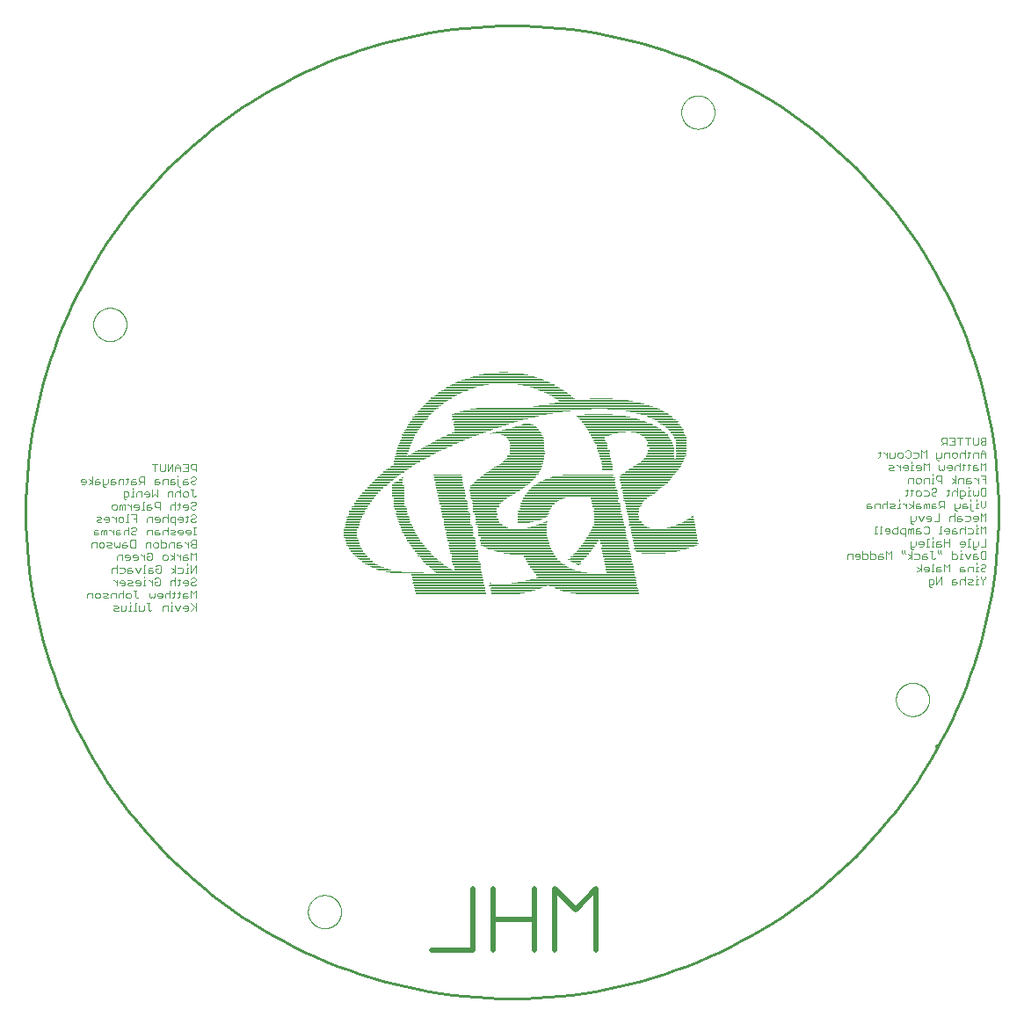
<source format=gbo>
G04 EAGLE Gerber X2 export*
%TF.Part,Single*%
%TF.FileFunction,Other,Silk bottom*%
%TF.FilePolarity,Positive*%
%TF.GenerationSoftware,Autodesk,EAGLE,9.0.0*%
%TF.CreationDate,2018-04-25T18:29:15Z*%
G75*
%MOMM*%
%FSLAX34Y34*%
%LPD*%
%AMOC8*
5,1,8,0,0,1.08239X$1,22.5*%
G01*
%ADD10C,0.508000*%
%ADD11C,0.254000*%
%ADD12C,0.076200*%
%ADD13C,0.406400*%
%ADD14C,0.000000*%
%ADD15R,5.250181X0.084838*%
%ADD16R,2.115819X0.084838*%
%ADD17R,0.932181X0.084838*%
%ADD18R,6.096000X0.084581*%
%ADD19R,2.794000X0.084581*%
%ADD20R,6.774181X0.084581*%
%ADD21R,6.604000X0.084581*%
%ADD22R,3.218181X0.084581*%
%ADD23R,6.944363X0.084838*%
%ADD24R,3.639819X0.084838*%
%ADD25R,6.774181X0.084838*%
%ADD26R,7.282181X0.084581*%
%ADD27R,3.893819X0.084581*%
%ADD28R,7.536181X0.084581*%
%ADD29R,4.318000X0.084581*%
%ADD30R,7.790181X0.084838*%
%ADD31R,4.572000X0.084838*%
%ADD32R,7.960363X0.084581*%
%ADD33R,4.826000X0.084581*%
%ADD34R,8.041638X0.084581*%
%ADD35R,4.993638X0.084581*%
%ADD36R,6.858000X0.084581*%
%ADD37R,8.211819X0.084838*%
%ADD38R,5.247638X0.084838*%
%ADD39R,6.771638X0.084838*%
%ADD40R,8.382000X0.084581*%
%ADD41R,5.504181X0.084581*%
%ADD42R,6.771638X0.084581*%
%ADD43R,8.465819X0.084581*%
%ADD44R,5.674362X0.084581*%
%ADD45R,14.224000X0.084838*%
%ADD46R,6.858000X0.084838*%
%ADD47R,12.021819X0.084581*%
%ADD48R,0.086363X0.084581*%
%ADD49R,11.430000X0.084581*%
%ADD50R,10.922000X0.084838*%
%ADD51R,10.584181X0.084581*%
%ADD52R,10.160000X0.084581*%
%ADD53R,9.822181X0.084838*%
%ADD54R,9.568181X0.084581*%
%ADD55R,9.398000X0.084581*%
%ADD56R,9.484362X0.084838*%
%ADD57R,9.481819X0.084581*%
%ADD58R,9.565638X0.084838*%
%ADD59R,2.707638X0.084581*%
%ADD60R,5.080000X0.084581*%
%ADD61R,4.401819X0.084581*%
%ADD62R,3.215638X0.084581*%
%ADD63R,4.572000X0.084581*%
%ADD64R,1.440181X0.084581*%
%ADD65R,2.623819X0.084838*%
%ADD66R,4.318000X0.084838*%
%ADD67R,1.948181X0.084838*%
%ADD68R,1.270000X0.084838*%
%ADD69R,2.710181X0.084581*%
%ADD70R,4.064000X0.084581*%
%ADD71R,2.623819X0.084581*%
%ADD72R,1.945638X0.084581*%
%ADD73R,1.270000X0.084581*%
%ADD74R,3.896363X0.084581*%
%ADD75R,1.864363X0.084581*%
%ADD76R,1.186181X0.084581*%
%ADD77R,2.710181X0.084838*%
%ADD78R,3.810000X0.084838*%
%ADD79R,1.778000X0.084838*%
%ADD80R,1.099819X0.084838*%
%ADD81R,2.626362X0.084581*%
%ADD82R,3.723638X0.084581*%
%ADD83R,1.778000X0.084581*%
%ADD84R,1.183638X0.084581*%
%ADD85R,3.556000X0.084581*%
%ADD86R,1.694181X0.084581*%
%ADD87R,1.099819X0.084581*%
%ADD88R,3.472181X0.084838*%
%ADD89R,2.626362X0.084838*%
%ADD90R,1.102363X0.084838*%
%ADD91R,0.167637X0.084581*%
%ADD92R,3.472181X0.084581*%
%ADD93R,0.424181X0.084581*%
%ADD94R,3.302000X0.084581*%
%ADD95R,0.594363X0.084838*%
%ADD96R,3.302000X0.084838*%
%ADD97R,1.691638X0.084838*%
%ADD98R,0.845819X0.084581*%
%ADD99R,1.610363X0.084581*%
%ADD100R,1.607819X0.084581*%
%ADD101R,2.707638X0.084838*%
%ADD102R,3.218181X0.084838*%
%ADD103R,1.524000X0.084838*%
%ADD104R,1.186181X0.084838*%
%ADD105R,3.131819X0.084581*%
%ADD106R,1.524000X0.084581*%
%ADD107R,1.437638X0.084581*%
%ADD108R,1.102363X0.084581*%
%ADD109R,1.440181X0.084838*%
%ADD110R,3.048000X0.084838*%
%ADD111R,3.048000X0.084581*%
%ADD112R,4.234181X0.084581*%
%ADD113R,2.286000X0.084581*%
%ADD114R,1.353819X0.084581*%
%ADD115R,3.388362X0.084838*%
%ADD116R,1.353819X0.084838*%
%ADD117R,5.163819X0.084838*%
%ADD118R,1.356363X0.084838*%
%ADD119R,3.977638X0.084581*%
%ADD120R,1.356363X0.084581*%
%ADD121R,5.501638X0.084581*%
%ADD122R,5.671819X0.084581*%
%ADD123R,4.742181X0.084838*%
%ADD124R,1.437638X0.084838*%
%ADD125R,5.925819X0.084838*%
%ADD126R,4.996181X0.084581*%
%ADD127R,5.250181X0.084581*%
%ADD128R,6.266181X0.084581*%
%ADD129R,5.504181X0.084838*%
%ADD130R,6.350000X0.084838*%
%ADD131R,6.517638X0.084581*%
%ADD132R,6.012181X0.084581*%
%ADD133R,6.520181X0.084581*%
%ADD134R,6.179819X0.084838*%
%ADD135R,6.604000X0.084838*%
%ADD136R,6.179819X0.084581*%
%ADD137R,6.520181X0.084838*%
%ADD138R,6.263638X0.084581*%
%ADD139R,6.263638X0.084838*%
%ADD140R,3.980181X0.084838*%
%ADD141R,6.517638X0.084838*%
%ADD142R,1.183638X0.084838*%
%ADD143R,3.810000X0.084581*%
%ADD144R,6.266181X0.084838*%
%ADD145R,3.723638X0.084838*%
%ADD146R,3.639819X0.084581*%
%ADD147R,3.556000X0.084838*%
%ADD148R,3.385819X0.084581*%
%ADD149R,3.385819X0.084838*%
%ADD150R,2.369819X0.084838*%
%ADD151R,1.861819X0.084581*%
%ADD152R,3.134362X0.084581*%
%ADD153R,2.961638X0.084581*%
%ADD154R,2.369819X0.084581*%
%ADD155R,0.932181X0.084581*%
%ADD156R,2.453638X0.084581*%
%ADD157R,1.691638X0.084581*%
%ADD158R,0.762000X0.084581*%
%ADD159R,2.456181X0.084581*%
%ADD160R,2.961638X0.084838*%
%ADD161R,0.508000X0.084838*%
%ADD162R,0.337819X0.084838*%
%ADD163R,2.372362X0.084838*%
%ADD164R,2.877819X0.084581*%
%ADD165R,0.337819X0.084581*%
%ADD166R,1.016000X0.084581*%
%ADD167R,2.202181X0.084581*%
%ADD168R,2.794000X0.084838*%
%ADD169R,2.202181X0.084838*%
%ADD170R,0.508000X0.084581*%
%ADD171R,0.424181X0.084838*%
%ADD172R,1.016000X0.084838*%
%ADD173R,2.540000X0.084838*%
%ADD174R,0.254000X0.084581*%
%ADD175R,2.115819X0.084581*%
%ADD176R,0.170181X0.084581*%
%ADD177R,2.877819X0.084838*%
%ADD178R,2.199638X0.084838*%
%ADD179R,2.199638X0.084581*%
%ADD180R,2.964181X0.084581*%
%ADD181R,2.880362X0.084838*%
%ADD182R,2.880362X0.084581*%
%ADD183R,2.964181X0.084838*%
%ADD184R,2.286000X0.084838*%
%ADD185R,2.456181X0.084838*%
%ADD186R,2.540000X0.084581*%
%ADD187R,1.948181X0.084581*%
%ADD188R,2.118362X0.084838*%
%ADD189R,3.388362X0.084581*%
%ADD190R,3.980181X0.084581*%
%ADD191R,4.488181X0.084838*%
%ADD192R,3.642363X0.084838*%
%ADD193R,1.607819X0.084838*%
%ADD194R,8.973819X0.084581*%
%ADD195R,3.726181X0.084581*%
%ADD196R,8.890000X0.084838*%
%ADD197R,4.147819X0.084838*%
%ADD198R,8.806181X0.084581*%
%ADD199R,8.636000X0.084581*%
%ADD200R,8.636000X0.084838*%
%ADD201R,1.610363X0.084838*%
%ADD202R,8.552181X0.084581*%
%ADD203R,3.469638X0.084581*%
%ADD204R,8.468362X0.084581*%
%ADD205R,4.909819X0.084581*%
%ADD206R,8.295637X0.084838*%
%ADD207R,5.080000X0.084838*%
%ADD208R,8.211819X0.084581*%
%ADD209R,5.163819X0.084581*%
%ADD210R,8.128000X0.084581*%
%ADD211R,7.957819X0.084838*%
%ADD212R,7.874000X0.084581*%
%ADD213R,5.334000X0.084581*%
%ADD214R,4.150362X0.084581*%
%ADD215R,7.703819X0.084581*%
%ADD216R,5.417819X0.084581*%
%ADD217R,7.536181X0.084838*%
%ADD218R,5.417819X0.084838*%
%ADD219R,0.929638X0.084838*%
%ADD220R,1.694181X0.084838*%
%ADD221R,4.488181X0.084581*%
%ADD222R,7.449819X0.084581*%
%ADD223R,5.420363X0.084581*%
%ADD224R,0.675638X0.084581*%
%ADD225R,4.655819X0.084838*%
%ADD226R,7.112000X0.084838*%
%ADD227R,0.591819X0.084838*%
%ADD228R,0.421637X0.084581*%
%ADD229R,6.690362X0.084581*%
%ADD230R,4.909819X0.084838*%
%ADD231R,6.436363X0.084838*%
%ADD232R,5.334000X0.084838*%
%ADD233R,0.254000X0.084838*%
%ADD234R,6.182362X0.084581*%
%ADD235R,5.842000X0.084581*%
%ADD236R,5.501638X0.084838*%
%ADD237R,1.864363X0.084838*%
%ADD238R,5.166362X0.084581*%
%ADD239R,1.861819X0.084838*%
%ADD240R,4.912363X0.084838*%
%ADD241R,4.826000X0.084838*%
%ADD242R,2.032000X0.084838*%
%ADD243R,4.742181X0.084581*%
%ADD244R,4.658362X0.084581*%
%ADD245R,2.032000X0.084581*%
%ADD246R,4.401819X0.084838*%
%ADD247R,4.147819X0.084581*%
%ADD248R,4.231638X0.084581*%
%ADD249R,0.929638X0.084581*%
%ADD250R,0.848363X0.084581*%
%ADD251R,2.453638X0.084838*%
%ADD252R,2.372362X0.084581*%
%ADD253R,0.083819X0.084838*%
%ADD254R,7.279638X0.084838*%
%ADD255R,3.893819X0.084838*%
%ADD256R,7.112000X0.084581*%
%ADD257R,7.028181X0.084838*%
%ADD258R,6.941819X0.084581*%
%ADD259R,6.433819X0.084838*%
%ADD260R,5.588000X0.084838*%
%ADD261R,5.755638X0.084581*%
%ADD262R,5.588000X0.084581*%
%ADD263R,7.198362X0.084581*%
%ADD264R,4.150362X0.084838*%
%ADD265R,8.806181X0.084838*%
%ADD266R,9.227819X0.084581*%
%ADD267R,9.652000X0.084838*%
%ADD268R,9.906000X0.084581*%
%ADD269R,10.246363X0.084581*%
%ADD270R,4.064000X0.084838*%
%ADD271R,10.668000X0.084838*%
%ADD272R,11.600181X0.084581*%
%ADD273R,17.442181X0.084581*%
%ADD274R,12.275819X0.084838*%
%ADD275R,11.513819X0.084581*%
%ADD276R,10.751819X0.084581*%
%ADD277R,9.989819X0.084838*%
%ADD278R,9.144000X0.084581*%
%ADD279R,8.298181X0.084581*%
%ADD280R,7.449819X0.084838*%
%ADD281R,3.977638X0.084838*%
%ADD282R,8.382000X0.084838*%
%ADD283R,7.957819X0.084581*%
%ADD284R,7.533638X0.084581*%
%ADD285R,7.025638X0.084838*%
%ADD286R,6.009638X0.084581*%


D10*
X80939Y-423967D02*
X80939Y-364481D01*
X61110Y-384310D01*
X41281Y-364481D01*
X41281Y-423967D01*
X21534Y-423967D02*
X21534Y-364481D01*
X21534Y-394224D02*
X-18124Y-394224D01*
X-18124Y-364481D02*
X-18124Y-423967D01*
X-37872Y-423967D02*
X-37872Y-364481D01*
X-37872Y-423967D02*
X-77530Y-423967D01*
D11*
X-468441Y-1524D02*
X-468300Y9972D01*
X-467877Y21461D01*
X-467172Y32937D01*
X-466185Y44391D01*
X-464918Y55818D01*
X-463371Y67211D01*
X-461544Y78562D01*
X-459440Y89864D01*
X-457059Y101112D01*
X-454402Y112298D01*
X-451472Y123415D01*
X-448270Y134457D01*
X-444798Y145417D01*
X-441058Y156289D01*
X-437052Y167066D01*
X-432783Y177741D01*
X-428253Y188308D01*
X-423466Y198760D01*
X-418423Y209092D01*
X-413128Y219298D01*
X-407584Y229370D01*
X-401795Y239303D01*
X-395764Y249091D01*
X-389494Y258728D01*
X-382990Y268208D01*
X-376255Y277526D01*
X-369294Y286676D01*
X-362110Y295652D01*
X-354708Y304449D01*
X-347092Y313062D01*
X-339267Y321485D01*
X-331238Y329714D01*
X-323009Y337743D01*
X-314586Y345568D01*
X-305973Y353184D01*
X-297176Y360586D01*
X-288200Y367770D01*
X-279050Y374731D01*
X-269732Y381466D01*
X-260252Y387970D01*
X-250615Y394240D01*
X-240827Y400271D01*
X-230894Y406060D01*
X-220822Y411604D01*
X-210616Y416899D01*
X-200284Y421942D01*
X-189832Y426729D01*
X-179265Y431259D01*
X-168590Y435528D01*
X-157813Y439534D01*
X-146941Y443274D01*
X-135981Y446746D01*
X-124939Y449948D01*
X-113822Y452878D01*
X-102636Y455535D01*
X-91388Y457916D01*
X-80086Y460020D01*
X-68735Y461847D01*
X-57342Y463394D01*
X-45915Y464661D01*
X-34461Y465648D01*
X-22985Y466353D01*
X-11496Y466776D01*
X0Y466917D01*
X11496Y466776D01*
X22985Y466353D01*
X34461Y465648D01*
X45915Y464661D01*
X57342Y463394D01*
X68735Y461847D01*
X80086Y460020D01*
X91388Y457916D01*
X102636Y455535D01*
X113822Y452878D01*
X124939Y449948D01*
X135981Y446746D01*
X146941Y443274D01*
X157813Y439534D01*
X168590Y435528D01*
X179265Y431259D01*
X189832Y426729D01*
X200284Y421942D01*
X210616Y416899D01*
X220822Y411604D01*
X230894Y406060D01*
X240827Y400271D01*
X250615Y394240D01*
X260252Y387970D01*
X269732Y381466D01*
X279050Y374731D01*
X288200Y367770D01*
X297176Y360586D01*
X305973Y353184D01*
X314586Y345568D01*
X323009Y337743D01*
X331238Y329714D01*
X339267Y321485D01*
X347092Y313062D01*
X354708Y304449D01*
X362110Y295652D01*
X369294Y286676D01*
X376255Y277526D01*
X382990Y268208D01*
X389494Y258728D01*
X395764Y249091D01*
X401795Y239303D01*
X407584Y229370D01*
X413128Y219298D01*
X418423Y209092D01*
X423466Y198760D01*
X428253Y188308D01*
X432783Y177741D01*
X437052Y167066D01*
X441058Y156289D01*
X444798Y145417D01*
X448270Y134457D01*
X451472Y123415D01*
X454402Y112298D01*
X457059Y101112D01*
X459440Y89864D01*
X461544Y78562D01*
X463371Y67211D01*
X464918Y55818D01*
X466185Y44391D01*
X467172Y32937D01*
X467877Y21461D01*
X468300Y9972D01*
X468441Y-1524D01*
X468300Y-13020D01*
X467877Y-24509D01*
X467172Y-35985D01*
X466185Y-47439D01*
X464918Y-58866D01*
X463371Y-70259D01*
X461544Y-81610D01*
X459440Y-92912D01*
X457059Y-104160D01*
X454402Y-115346D01*
X451472Y-126463D01*
X448270Y-137505D01*
X444798Y-148465D01*
X441058Y-159337D01*
X437052Y-170114D01*
X432783Y-180789D01*
X428253Y-191356D01*
X423466Y-201808D01*
X418423Y-212140D01*
X413128Y-222346D01*
X407584Y-232418D01*
X401795Y-242351D01*
X395764Y-252139D01*
X389494Y-261776D01*
X382990Y-271256D01*
X376255Y-280574D01*
X369294Y-289724D01*
X362110Y-298700D01*
X354708Y-307497D01*
X347092Y-316110D01*
X339267Y-324533D01*
X331238Y-332762D01*
X323009Y-340791D01*
X314586Y-348616D01*
X305973Y-356232D01*
X297176Y-363634D01*
X288200Y-370818D01*
X279050Y-377779D01*
X269732Y-384514D01*
X260252Y-391018D01*
X250615Y-397288D01*
X240827Y-403319D01*
X230894Y-409108D01*
X220822Y-414652D01*
X210616Y-419947D01*
X200284Y-424990D01*
X189832Y-429777D01*
X179265Y-434307D01*
X168590Y-438576D01*
X157813Y-442582D01*
X146941Y-446322D01*
X135981Y-449794D01*
X124939Y-452996D01*
X113822Y-455926D01*
X102636Y-458583D01*
X91388Y-460964D01*
X80086Y-463068D01*
X68735Y-464895D01*
X57342Y-466442D01*
X45915Y-467709D01*
X34461Y-468696D01*
X22985Y-469401D01*
X11496Y-469824D01*
X0Y-469965D01*
X-11496Y-469824D01*
X-22985Y-469401D01*
X-34461Y-468696D01*
X-45915Y-467709D01*
X-57342Y-466442D01*
X-68735Y-464895D01*
X-80086Y-463068D01*
X-91388Y-460964D01*
X-102636Y-458583D01*
X-113822Y-455926D01*
X-124939Y-452996D01*
X-135981Y-449794D01*
X-146941Y-446322D01*
X-157813Y-442582D01*
X-168590Y-438576D01*
X-179265Y-434307D01*
X-189832Y-429777D01*
X-200284Y-424990D01*
X-210616Y-419947D01*
X-220822Y-414652D01*
X-230894Y-409108D01*
X-240827Y-403319D01*
X-250615Y-397288D01*
X-260252Y-391018D01*
X-269732Y-384514D01*
X-279050Y-377779D01*
X-288200Y-370818D01*
X-297176Y-363634D01*
X-305973Y-356232D01*
X-314586Y-348616D01*
X-323009Y-340791D01*
X-331238Y-332762D01*
X-339267Y-324533D01*
X-347092Y-316110D01*
X-354708Y-307497D01*
X-362110Y-298700D01*
X-369294Y-289724D01*
X-376255Y-280574D01*
X-382990Y-271256D01*
X-389494Y-261776D01*
X-395764Y-252139D01*
X-401795Y-242351D01*
X-407584Y-232418D01*
X-413128Y-222346D01*
X-418423Y-212140D01*
X-423466Y-201808D01*
X-428253Y-191356D01*
X-432783Y-180789D01*
X-437052Y-170114D01*
X-441058Y-159337D01*
X-444798Y-148465D01*
X-448270Y-137505D01*
X-451472Y-126463D01*
X-454402Y-115346D01*
X-457059Y-104160D01*
X-459440Y-92912D01*
X-461544Y-81610D01*
X-463371Y-70259D01*
X-464918Y-58866D01*
X-466185Y-47439D01*
X-467172Y-35985D01*
X-467877Y-24509D01*
X-468300Y-13020D01*
X-468441Y-1524D01*
D12*
X456205Y62856D02*
X456205Y70229D01*
X452518Y70229D01*
X451290Y69000D01*
X451290Y67771D01*
X452518Y66543D01*
X451290Y65314D01*
X451290Y64085D01*
X452518Y62856D01*
X456205Y62856D01*
X456205Y66543D02*
X452518Y66543D01*
X448720Y64085D02*
X448720Y70229D01*
X448720Y64085D02*
X447492Y62856D01*
X445034Y62856D01*
X443806Y64085D01*
X443806Y70229D01*
X438779Y70229D02*
X438779Y62856D01*
X441236Y70229D02*
X436321Y70229D01*
X431295Y70229D02*
X431295Y62856D01*
X433752Y70229D02*
X428837Y70229D01*
X426268Y70229D02*
X421353Y70229D01*
X426268Y70229D02*
X426268Y62856D01*
X421353Y62856D01*
X423811Y66543D02*
X426268Y66543D01*
X418784Y62856D02*
X418784Y70229D01*
X415098Y70229D01*
X413869Y69000D01*
X413869Y66543D01*
X415098Y65314D01*
X418784Y65314D01*
X416326Y65314D02*
X413869Y62856D01*
X456205Y55579D02*
X456205Y50664D01*
X456205Y55579D02*
X453747Y58037D01*
X451290Y55579D01*
X451290Y50664D01*
X451290Y54351D02*
X456205Y54351D01*
X448720Y55579D02*
X448720Y50664D01*
X448720Y55579D02*
X445034Y55579D01*
X443806Y54351D01*
X443806Y50664D01*
X440008Y51893D02*
X440008Y56808D01*
X440008Y51893D02*
X438779Y50664D01*
X438779Y55579D02*
X441236Y55579D01*
X436247Y58037D02*
X436247Y50664D01*
X436247Y54351D02*
X435018Y55579D01*
X432561Y55579D01*
X431332Y54351D01*
X431332Y50664D01*
X427534Y50664D02*
X425077Y50664D01*
X423848Y51893D01*
X423848Y54351D01*
X425077Y55579D01*
X427534Y55579D01*
X428763Y54351D01*
X428763Y51893D01*
X427534Y50664D01*
X421279Y50664D02*
X421279Y55579D01*
X417592Y55579D01*
X416364Y54351D01*
X416364Y50664D01*
X413794Y51893D02*
X413794Y55579D01*
X413794Y51893D02*
X412566Y50664D01*
X408880Y50664D01*
X408880Y49436D02*
X408880Y55579D01*
X408880Y49436D02*
X410108Y48207D01*
X411337Y48207D01*
X398826Y50664D02*
X398826Y58037D01*
X396369Y55579D01*
X393911Y58037D01*
X393911Y50664D01*
X390113Y55579D02*
X386427Y55579D01*
X390113Y55579D02*
X391342Y54351D01*
X391342Y51893D01*
X390113Y50664D01*
X386427Y50664D01*
X380172Y58037D02*
X378943Y56808D01*
X380172Y58037D02*
X382629Y58037D01*
X383858Y56808D01*
X383858Y51893D01*
X382629Y50664D01*
X380172Y50664D01*
X378943Y51893D01*
X375145Y50664D02*
X372687Y50664D01*
X371459Y51893D01*
X371459Y54351D01*
X372687Y55579D01*
X375145Y55579D01*
X376374Y54351D01*
X376374Y51893D01*
X375145Y50664D01*
X368889Y51893D02*
X368889Y55579D01*
X368889Y51893D02*
X367661Y50664D01*
X363975Y50664D01*
X363975Y55579D01*
X361405Y55579D02*
X361405Y50664D01*
X361405Y53122D02*
X358948Y55579D01*
X357719Y55579D01*
X353940Y56808D02*
X353940Y51893D01*
X352711Y50664D01*
X352711Y55579D02*
X355169Y55579D01*
X456205Y45845D02*
X456205Y38472D01*
X453747Y43387D02*
X456205Y45845D01*
X453747Y43387D02*
X451290Y45845D01*
X451290Y38472D01*
X447492Y43387D02*
X445034Y43387D01*
X443806Y42159D01*
X443806Y38472D01*
X447492Y38472D01*
X448720Y39701D01*
X447492Y40930D01*
X443806Y40930D01*
X440008Y39701D02*
X440008Y44616D01*
X440008Y39701D02*
X438779Y38472D01*
X438779Y43387D02*
X441236Y43387D01*
X435018Y44616D02*
X435018Y39701D01*
X433789Y38472D01*
X433789Y43387D02*
X436247Y43387D01*
X431257Y45845D02*
X431257Y38472D01*
X431257Y42159D02*
X430029Y43387D01*
X427571Y43387D01*
X426343Y42159D01*
X426343Y38472D01*
X422545Y38472D02*
X420087Y38472D01*
X422545Y38472D02*
X423773Y39701D01*
X423773Y42159D01*
X422545Y43387D01*
X420087Y43387D01*
X418858Y42159D01*
X418858Y40930D01*
X423773Y40930D01*
X416289Y39701D02*
X416289Y43387D01*
X416289Y39701D02*
X415060Y38472D01*
X413832Y39701D01*
X412603Y38472D01*
X411374Y39701D01*
X411374Y43387D01*
X401321Y45845D02*
X401321Y38472D01*
X398863Y43387D02*
X401321Y45845D01*
X398863Y43387D02*
X396406Y45845D01*
X396406Y38472D01*
X392608Y38472D02*
X390151Y38472D01*
X392608Y38472D02*
X393837Y39701D01*
X393837Y42159D01*
X392608Y43387D01*
X390151Y43387D01*
X388922Y42159D01*
X388922Y40930D01*
X393837Y40930D01*
X386352Y43387D02*
X385124Y43387D01*
X385124Y38472D01*
X386352Y38472D02*
X383895Y38472D01*
X385124Y45845D02*
X385124Y47073D01*
X380134Y38472D02*
X377677Y38472D01*
X380134Y38472D02*
X381363Y39701D01*
X381363Y42159D01*
X380134Y43387D01*
X377677Y43387D01*
X376448Y42159D01*
X376448Y40930D01*
X381363Y40930D01*
X373879Y43387D02*
X373879Y38472D01*
X373879Y40930D02*
X371421Y43387D01*
X370193Y43387D01*
X367642Y38472D02*
X363956Y38472D01*
X362727Y39701D01*
X363956Y40930D01*
X366413Y40930D01*
X367642Y42159D01*
X366413Y43387D01*
X362727Y43387D01*
X456205Y33653D02*
X456205Y26280D01*
X456205Y33653D02*
X451290Y33653D01*
X453747Y29967D02*
X456205Y29967D01*
X448720Y31195D02*
X448720Y26280D01*
X448720Y28738D02*
X446263Y31195D01*
X445034Y31195D01*
X441255Y31195D02*
X438798Y31195D01*
X437569Y29967D01*
X437569Y26280D01*
X441255Y26280D01*
X442484Y27509D01*
X441255Y28738D01*
X437569Y28738D01*
X435000Y31195D02*
X435000Y26280D01*
X435000Y31195D02*
X431313Y31195D01*
X430085Y29967D01*
X430085Y26280D01*
X427515Y26280D02*
X427515Y33653D01*
X427515Y28738D02*
X423829Y26280D01*
X427515Y28738D02*
X423829Y31195D01*
X413794Y33653D02*
X413794Y26280D01*
X413794Y33653D02*
X410108Y33653D01*
X408880Y32424D01*
X408880Y29967D01*
X410108Y28738D01*
X413794Y28738D01*
X406310Y31195D02*
X405082Y31195D01*
X405082Y26280D01*
X406310Y26280D02*
X403853Y26280D01*
X405082Y33653D02*
X405082Y34881D01*
X401321Y31195D02*
X401321Y26280D01*
X401321Y31195D02*
X397635Y31195D01*
X396406Y29967D01*
X396406Y26280D01*
X392608Y26280D02*
X390151Y26280D01*
X388922Y27509D01*
X388922Y29967D01*
X390151Y31195D01*
X392608Y31195D01*
X393837Y29967D01*
X393837Y27509D01*
X392608Y26280D01*
X386353Y26280D02*
X386353Y31195D01*
X382666Y31195D01*
X381438Y29967D01*
X381438Y26280D01*
X456205Y21461D02*
X456205Y14088D01*
X452518Y14088D01*
X451290Y15317D01*
X451290Y20232D01*
X452518Y21461D01*
X456205Y21461D01*
X448720Y19003D02*
X448720Y15317D01*
X447492Y14088D01*
X446263Y15317D01*
X445034Y14088D01*
X443806Y15317D01*
X443806Y19003D01*
X441236Y19003D02*
X440008Y19003D01*
X440008Y14088D01*
X441236Y14088D02*
X438779Y14088D01*
X440008Y21461D02*
X440008Y22689D01*
X433789Y11631D02*
X432561Y11631D01*
X431332Y12860D01*
X431332Y19003D01*
X435018Y19003D01*
X436247Y17775D01*
X436247Y15317D01*
X435018Y14088D01*
X431332Y14088D01*
X428763Y14088D02*
X428763Y21461D01*
X427534Y19003D02*
X428763Y17775D01*
X427534Y19003D02*
X425077Y19003D01*
X423848Y17775D01*
X423848Y14088D01*
X420050Y15317D02*
X420050Y20232D01*
X420050Y15317D02*
X418821Y14088D01*
X418821Y19003D02*
X421279Y19003D01*
X405119Y21461D02*
X403890Y20232D01*
X405119Y21461D02*
X407576Y21461D01*
X408805Y20232D01*
X408805Y19003D01*
X407576Y17775D01*
X405119Y17775D01*
X403890Y16546D01*
X403890Y15317D01*
X405119Y14088D01*
X407576Y14088D01*
X408805Y15317D01*
X400092Y19003D02*
X396406Y19003D01*
X400092Y19003D02*
X401321Y17775D01*
X401321Y15317D01*
X400092Y14088D01*
X396406Y14088D01*
X392608Y14088D02*
X390151Y14088D01*
X388922Y15317D01*
X388922Y17775D01*
X390151Y19003D01*
X392608Y19003D01*
X393837Y17775D01*
X393837Y15317D01*
X392608Y14088D01*
X385124Y15317D02*
X385124Y20232D01*
X385124Y15317D02*
X383895Y14088D01*
X383895Y19003D02*
X386352Y19003D01*
X380134Y20232D02*
X380134Y15317D01*
X378906Y14088D01*
X378906Y19003D02*
X381363Y19003D01*
X456205Y9269D02*
X456205Y4354D01*
X453747Y1896D01*
X451290Y4354D01*
X451290Y9269D01*
X448720Y6811D02*
X447492Y6811D01*
X447492Y1896D01*
X448720Y1896D02*
X446263Y1896D01*
X447492Y9269D02*
X447492Y10497D01*
X443731Y-561D02*
X442502Y-561D01*
X441274Y668D01*
X441274Y6811D01*
X441274Y9269D02*
X441274Y10497D01*
X437513Y6811D02*
X435055Y6811D01*
X433827Y5583D01*
X433827Y1896D01*
X437513Y1896D01*
X438742Y3125D01*
X437513Y4354D01*
X433827Y4354D01*
X431257Y3125D02*
X431257Y6811D01*
X431257Y3125D02*
X430029Y1896D01*
X426343Y1896D01*
X426343Y668D02*
X426343Y6811D01*
X426343Y668D02*
X427571Y-561D01*
X428800Y-561D01*
X416289Y1896D02*
X416289Y9269D01*
X412603Y9269D01*
X411374Y8040D01*
X411374Y5583D01*
X412603Y4354D01*
X416289Y4354D01*
X413832Y4354D02*
X411374Y1896D01*
X407576Y6811D02*
X405119Y6811D01*
X403890Y5583D01*
X403890Y1896D01*
X407576Y1896D01*
X408805Y3125D01*
X407576Y4354D01*
X403890Y4354D01*
X401321Y6811D02*
X401321Y1896D01*
X401321Y6811D02*
X400092Y6811D01*
X398863Y5583D01*
X398863Y1896D01*
X398863Y5583D02*
X397635Y6811D01*
X396406Y5583D01*
X396406Y1896D01*
X392608Y6811D02*
X390151Y6811D01*
X388922Y5583D01*
X388922Y1896D01*
X392608Y1896D01*
X393837Y3125D01*
X392608Y4354D01*
X388922Y4354D01*
X386352Y1896D02*
X386352Y9269D01*
X386352Y4354D02*
X382666Y1896D01*
X386352Y4354D02*
X382666Y6811D01*
X380116Y6811D02*
X380116Y1896D01*
X380116Y4354D02*
X377658Y6811D01*
X376430Y6811D01*
X373879Y6811D02*
X372650Y6811D01*
X372650Y1896D01*
X371422Y1896D02*
X373879Y1896D01*
X372650Y9269D02*
X372650Y10497D01*
X368889Y1896D02*
X365203Y1896D01*
X363975Y3125D01*
X365203Y4354D01*
X367661Y4354D01*
X368889Y5583D01*
X367661Y6811D01*
X363975Y6811D01*
X361405Y9269D02*
X361405Y1896D01*
X361405Y5583D02*
X360177Y6811D01*
X357719Y6811D01*
X356490Y5583D01*
X356490Y1896D01*
X353921Y1896D02*
X353921Y6811D01*
X350235Y6811D01*
X349006Y5583D01*
X349006Y1896D01*
X345208Y6811D02*
X342751Y6811D01*
X341522Y5583D01*
X341522Y1896D01*
X345208Y1896D01*
X346437Y3125D01*
X345208Y4354D01*
X341522Y4354D01*
X456205Y-2923D02*
X456205Y-10296D01*
X453747Y-5381D02*
X456205Y-2923D01*
X453747Y-5381D02*
X451290Y-2923D01*
X451290Y-10296D01*
X447492Y-10296D02*
X445034Y-10296D01*
X447492Y-10296D02*
X448720Y-9067D01*
X448720Y-6610D01*
X447492Y-5381D01*
X445034Y-5381D01*
X443806Y-6610D01*
X443806Y-7838D01*
X448720Y-7838D01*
X440008Y-5381D02*
X436321Y-5381D01*
X440008Y-5381D02*
X441236Y-6610D01*
X441236Y-9067D01*
X440008Y-10296D01*
X436321Y-10296D01*
X432523Y-5381D02*
X430066Y-5381D01*
X428837Y-6610D01*
X428837Y-10296D01*
X432523Y-10296D01*
X433752Y-9067D01*
X432523Y-7838D01*
X428837Y-7838D01*
X426268Y-10296D02*
X426268Y-2923D01*
X425039Y-5381D02*
X426268Y-6610D01*
X425039Y-5381D02*
X422582Y-5381D01*
X421353Y-6610D01*
X421353Y-10296D01*
X411300Y-10296D02*
X411300Y-2923D01*
X411300Y-10296D02*
X406385Y-10296D01*
X402587Y-10296D02*
X400129Y-10296D01*
X402587Y-10296D02*
X403816Y-9067D01*
X403816Y-6610D01*
X402587Y-5381D01*
X400129Y-5381D01*
X398901Y-6610D01*
X398901Y-7838D01*
X403816Y-7838D01*
X396331Y-5381D02*
X393874Y-10296D01*
X391417Y-5381D01*
X388847Y-5381D02*
X388847Y-9067D01*
X387619Y-10296D01*
X383932Y-10296D01*
X383932Y-11524D02*
X383932Y-5381D01*
X383932Y-11524D02*
X385161Y-12753D01*
X386390Y-12753D01*
X456205Y-15115D02*
X456205Y-22488D01*
X453747Y-17573D02*
X456205Y-15115D01*
X453747Y-17573D02*
X451290Y-15115D01*
X451290Y-22488D01*
X448720Y-17573D02*
X447492Y-17573D01*
X447492Y-22488D01*
X448720Y-22488D02*
X446263Y-22488D01*
X447492Y-15115D02*
X447492Y-13887D01*
X442502Y-17573D02*
X438816Y-17573D01*
X442502Y-17573D02*
X443731Y-18802D01*
X443731Y-21259D01*
X442502Y-22488D01*
X438816Y-22488D01*
X436247Y-22488D02*
X436247Y-15115D01*
X435018Y-17573D02*
X436247Y-18802D01*
X435018Y-17573D02*
X432561Y-17573D01*
X431332Y-18802D01*
X431332Y-22488D01*
X427534Y-17573D02*
X425077Y-17573D01*
X423848Y-18802D01*
X423848Y-22488D01*
X427534Y-22488D01*
X428763Y-21259D01*
X427534Y-20030D01*
X423848Y-20030D01*
X420050Y-22488D02*
X417592Y-22488D01*
X420050Y-22488D02*
X421279Y-21259D01*
X421279Y-18802D01*
X420050Y-17573D01*
X417592Y-17573D01*
X416364Y-18802D01*
X416364Y-20030D01*
X421279Y-20030D01*
X413794Y-15115D02*
X412566Y-15115D01*
X412566Y-22488D01*
X413794Y-22488D02*
X411337Y-22488D01*
X397635Y-15115D02*
X396406Y-16344D01*
X397635Y-15115D02*
X400092Y-15115D01*
X401321Y-16344D01*
X401321Y-21259D01*
X400092Y-22488D01*
X397635Y-22488D01*
X396406Y-21259D01*
X392608Y-17573D02*
X390151Y-17573D01*
X388922Y-18802D01*
X388922Y-22488D01*
X392608Y-22488D01*
X393837Y-21259D01*
X392608Y-20030D01*
X388922Y-20030D01*
X386352Y-17573D02*
X386352Y-22488D01*
X386352Y-17573D02*
X385124Y-17573D01*
X383895Y-18802D01*
X383895Y-22488D01*
X383895Y-18802D02*
X382666Y-17573D01*
X381438Y-18802D01*
X381438Y-22488D01*
X378868Y-24945D02*
X378868Y-17573D01*
X375182Y-17573D01*
X373953Y-18802D01*
X373953Y-21259D01*
X375182Y-22488D01*
X378868Y-22488D01*
X371384Y-22488D02*
X371384Y-15115D01*
X371384Y-22488D02*
X367698Y-22488D01*
X366469Y-21259D01*
X366469Y-18802D01*
X367698Y-17573D01*
X371384Y-17573D01*
X362671Y-22488D02*
X360214Y-22488D01*
X362671Y-22488D02*
X363900Y-21259D01*
X363900Y-18802D01*
X362671Y-17573D01*
X360214Y-17573D01*
X358985Y-18802D01*
X358985Y-20030D01*
X363900Y-20030D01*
X356416Y-15115D02*
X355187Y-15115D01*
X355187Y-22488D01*
X356416Y-22488D02*
X353958Y-22488D01*
X351426Y-15115D02*
X350198Y-15115D01*
X350198Y-22488D01*
X351426Y-22488D02*
X348969Y-22488D01*
X456205Y-27307D02*
X456205Y-34680D01*
X451290Y-34680D01*
X448720Y-33451D02*
X448720Y-29765D01*
X448720Y-33451D02*
X447492Y-34680D01*
X443806Y-34680D01*
X443806Y-35908D02*
X443806Y-29765D01*
X443806Y-35908D02*
X445034Y-37137D01*
X446263Y-37137D01*
X441236Y-27307D02*
X440008Y-27307D01*
X440008Y-34680D01*
X441236Y-34680D02*
X438779Y-34680D01*
X435018Y-34680D02*
X432561Y-34680D01*
X435018Y-34680D02*
X436247Y-33451D01*
X436247Y-30994D01*
X435018Y-29765D01*
X432561Y-29765D01*
X431332Y-30994D01*
X431332Y-32222D01*
X436247Y-32222D01*
X421279Y-34680D02*
X421279Y-27307D01*
X421279Y-30994D02*
X416364Y-30994D01*
X416364Y-34680D02*
X416364Y-27307D01*
X412566Y-29765D02*
X410108Y-29765D01*
X408880Y-30994D01*
X408880Y-34680D01*
X412566Y-34680D01*
X413794Y-33451D01*
X412566Y-32222D01*
X408880Y-32222D01*
X406310Y-29765D02*
X405082Y-29765D01*
X405082Y-34680D01*
X406310Y-34680D02*
X403853Y-34680D01*
X405082Y-27307D02*
X405082Y-26079D01*
X401321Y-27307D02*
X400092Y-27307D01*
X400092Y-34680D01*
X401321Y-34680D02*
X398863Y-34680D01*
X395103Y-34680D02*
X392645Y-34680D01*
X395103Y-34680D02*
X396331Y-33451D01*
X396331Y-30994D01*
X395103Y-29765D01*
X392645Y-29765D01*
X391417Y-30994D01*
X391417Y-32222D01*
X396331Y-32222D01*
X388847Y-33451D02*
X388847Y-29765D01*
X388847Y-33451D02*
X387619Y-34680D01*
X383932Y-34680D01*
X383932Y-35908D02*
X383932Y-29765D01*
X383932Y-35908D02*
X385161Y-37137D01*
X386390Y-37137D01*
X456205Y-39499D02*
X456205Y-46872D01*
X452518Y-46872D01*
X451290Y-45643D01*
X451290Y-40728D01*
X452518Y-39499D01*
X456205Y-39499D01*
X447492Y-41957D02*
X445034Y-41957D01*
X443806Y-43186D01*
X443806Y-46872D01*
X447492Y-46872D01*
X448720Y-45643D01*
X447492Y-44414D01*
X443806Y-44414D01*
X441236Y-41957D02*
X438779Y-46872D01*
X436321Y-41957D01*
X433752Y-41957D02*
X432523Y-41957D01*
X432523Y-46872D01*
X431295Y-46872D02*
X433752Y-46872D01*
X432523Y-39499D02*
X432523Y-38271D01*
X423848Y-39499D02*
X423848Y-46872D01*
X427534Y-46872D01*
X428763Y-45643D01*
X428763Y-43186D01*
X427534Y-41957D01*
X423848Y-41957D01*
X412566Y-40728D02*
X412566Y-38271D01*
X412566Y-40728D02*
X413794Y-41957D01*
X410108Y-40728D02*
X410108Y-38271D01*
X410108Y-40728D02*
X411337Y-41957D01*
X407558Y-45643D02*
X406329Y-46872D01*
X405100Y-46872D01*
X403871Y-45643D01*
X403871Y-39499D01*
X402643Y-39499D02*
X405100Y-39499D01*
X398845Y-41957D02*
X396387Y-41957D01*
X395159Y-43186D01*
X395159Y-46872D01*
X398845Y-46872D01*
X400073Y-45643D01*
X398845Y-44414D01*
X395159Y-44414D01*
X391361Y-41957D02*
X387674Y-41957D01*
X391361Y-41957D02*
X392589Y-43186D01*
X392589Y-45643D01*
X391361Y-46872D01*
X387674Y-46872D01*
X385105Y-46872D02*
X385105Y-39499D01*
X385105Y-44414D02*
X381419Y-46872D01*
X385105Y-44414D02*
X381419Y-41957D01*
X377640Y-40728D02*
X377640Y-38271D01*
X377640Y-40728D02*
X378868Y-41957D01*
X375182Y-40728D02*
X375182Y-38271D01*
X375182Y-40728D02*
X376411Y-41957D01*
X365147Y-39499D02*
X365147Y-46872D01*
X362690Y-41957D02*
X365147Y-39499D01*
X362690Y-41957D02*
X360233Y-39499D01*
X360233Y-46872D01*
X356435Y-41957D02*
X353977Y-41957D01*
X352748Y-43186D01*
X352748Y-46872D01*
X356435Y-46872D01*
X357663Y-45643D01*
X356435Y-44414D01*
X352748Y-44414D01*
X345264Y-46872D02*
X345264Y-39499D01*
X345264Y-46872D02*
X348950Y-46872D01*
X350179Y-45643D01*
X350179Y-43186D01*
X348950Y-41957D01*
X345264Y-41957D01*
X337780Y-39499D02*
X337780Y-46872D01*
X341466Y-46872D01*
X342695Y-45643D01*
X342695Y-43186D01*
X341466Y-41957D01*
X337780Y-41957D01*
X333982Y-46872D02*
X331525Y-46872D01*
X333982Y-46872D02*
X335211Y-45643D01*
X335211Y-43186D01*
X333982Y-41957D01*
X331525Y-41957D01*
X330296Y-43186D01*
X330296Y-44414D01*
X335211Y-44414D01*
X327727Y-41957D02*
X327727Y-46872D01*
X327727Y-41957D02*
X324041Y-41957D01*
X322812Y-43186D01*
X322812Y-46872D01*
X451290Y-52920D02*
X452518Y-51691D01*
X454976Y-51691D01*
X456205Y-52920D01*
X456205Y-54149D01*
X454976Y-55378D01*
X452518Y-55378D01*
X451290Y-56606D01*
X451290Y-57835D01*
X452518Y-59064D01*
X454976Y-59064D01*
X456205Y-57835D01*
X448720Y-54149D02*
X447492Y-54149D01*
X447492Y-59064D01*
X448720Y-59064D02*
X446263Y-59064D01*
X447492Y-51691D02*
X447492Y-50463D01*
X443731Y-54149D02*
X443731Y-59064D01*
X443731Y-54149D02*
X440045Y-54149D01*
X438816Y-55378D01*
X438816Y-59064D01*
X435018Y-54149D02*
X432561Y-54149D01*
X431332Y-55378D01*
X431332Y-59064D01*
X435018Y-59064D01*
X436247Y-57835D01*
X435018Y-56606D01*
X431332Y-56606D01*
X421279Y-59064D02*
X421279Y-51691D01*
X418821Y-54149D01*
X416364Y-51691D01*
X416364Y-59064D01*
X412566Y-54149D02*
X410108Y-54149D01*
X408880Y-55378D01*
X408880Y-59064D01*
X412566Y-59064D01*
X413794Y-57835D01*
X412566Y-56606D01*
X408880Y-56606D01*
X406310Y-51691D02*
X405082Y-51691D01*
X405082Y-59064D01*
X406310Y-59064D02*
X403853Y-59064D01*
X400092Y-59064D02*
X397635Y-59064D01*
X400092Y-59064D02*
X401321Y-57835D01*
X401321Y-55378D01*
X400092Y-54149D01*
X397635Y-54149D01*
X396406Y-55378D01*
X396406Y-56606D01*
X401321Y-56606D01*
X393837Y-59064D02*
X393837Y-51691D01*
X393837Y-56606D02*
X390151Y-59064D01*
X393837Y-56606D02*
X390151Y-54149D01*
X456205Y-63883D02*
X456205Y-65112D01*
X453747Y-67570D01*
X451290Y-65112D01*
X451290Y-63883D01*
X453747Y-67570D02*
X453747Y-71256D01*
X448720Y-66341D02*
X447492Y-66341D01*
X447492Y-71256D01*
X448720Y-71256D02*
X446263Y-71256D01*
X447492Y-63883D02*
X447492Y-62655D01*
X443731Y-71256D02*
X440045Y-71256D01*
X438816Y-70027D01*
X440045Y-68798D01*
X442502Y-68798D01*
X443731Y-67570D01*
X442502Y-66341D01*
X438816Y-66341D01*
X436247Y-63883D02*
X436247Y-71256D01*
X436247Y-67570D02*
X435018Y-66341D01*
X432561Y-66341D01*
X431332Y-67570D01*
X431332Y-71256D01*
X427534Y-66341D02*
X425077Y-66341D01*
X423848Y-67570D01*
X423848Y-71256D01*
X427534Y-71256D01*
X428763Y-70027D01*
X427534Y-68798D01*
X423848Y-68798D01*
X413794Y-71256D02*
X413794Y-63883D01*
X408880Y-71256D01*
X408880Y-63883D01*
X403853Y-73713D02*
X402624Y-73713D01*
X401395Y-72484D01*
X401395Y-66341D01*
X405082Y-66341D01*
X406310Y-67570D01*
X406310Y-70027D01*
X405082Y-71256D01*
X401395Y-71256D01*
D13*
X409742Y-227350D02*
X409634Y-227580D01*
D14*
X163070Y383540D02*
X163075Y383933D01*
X163089Y384325D01*
X163113Y384717D01*
X163147Y385108D01*
X163190Y385499D01*
X163243Y385888D01*
X163306Y386275D01*
X163377Y386661D01*
X163459Y387046D01*
X163549Y387428D01*
X163650Y387807D01*
X163759Y388185D01*
X163878Y388559D01*
X164005Y388930D01*
X164142Y389298D01*
X164288Y389663D01*
X164443Y390024D01*
X164606Y390381D01*
X164778Y390734D01*
X164959Y391082D01*
X165149Y391426D01*
X165346Y391766D01*
X165552Y392100D01*
X165766Y392429D01*
X165989Y392753D01*
X166219Y393071D01*
X166456Y393384D01*
X166702Y393690D01*
X166955Y393991D01*
X167215Y394285D01*
X167482Y394573D01*
X167756Y394854D01*
X168037Y395128D01*
X168325Y395395D01*
X168619Y395655D01*
X168920Y395908D01*
X169226Y396154D01*
X169539Y396391D01*
X169857Y396621D01*
X170181Y396844D01*
X170510Y397058D01*
X170844Y397264D01*
X171184Y397461D01*
X171528Y397651D01*
X171876Y397832D01*
X172229Y398004D01*
X172586Y398167D01*
X172947Y398322D01*
X173312Y398468D01*
X173680Y398605D01*
X174051Y398732D01*
X174425Y398851D01*
X174803Y398960D01*
X175182Y399061D01*
X175564Y399151D01*
X175949Y399233D01*
X176335Y399304D01*
X176722Y399367D01*
X177111Y399420D01*
X177502Y399463D01*
X177893Y399497D01*
X178285Y399521D01*
X178677Y399535D01*
X179070Y399540D01*
X179463Y399535D01*
X179855Y399521D01*
X180247Y399497D01*
X180638Y399463D01*
X181029Y399420D01*
X181418Y399367D01*
X181805Y399304D01*
X182191Y399233D01*
X182576Y399151D01*
X182958Y399061D01*
X183337Y398960D01*
X183715Y398851D01*
X184089Y398732D01*
X184460Y398605D01*
X184828Y398468D01*
X185193Y398322D01*
X185554Y398167D01*
X185911Y398004D01*
X186264Y397832D01*
X186612Y397651D01*
X186956Y397461D01*
X187296Y397264D01*
X187630Y397058D01*
X187959Y396844D01*
X188283Y396621D01*
X188601Y396391D01*
X188914Y396154D01*
X189220Y395908D01*
X189521Y395655D01*
X189815Y395395D01*
X190103Y395128D01*
X190384Y394854D01*
X190658Y394573D01*
X190925Y394285D01*
X191185Y393991D01*
X191438Y393690D01*
X191684Y393384D01*
X191921Y393071D01*
X192151Y392753D01*
X192374Y392429D01*
X192588Y392100D01*
X192794Y391766D01*
X192991Y391426D01*
X193181Y391082D01*
X193362Y390734D01*
X193534Y390381D01*
X193697Y390024D01*
X193852Y389663D01*
X193998Y389298D01*
X194135Y388930D01*
X194262Y388559D01*
X194381Y388185D01*
X194490Y387807D01*
X194591Y387428D01*
X194681Y387046D01*
X194763Y386661D01*
X194834Y386275D01*
X194897Y385888D01*
X194950Y385499D01*
X194993Y385108D01*
X195027Y384717D01*
X195051Y384325D01*
X195065Y383933D01*
X195070Y383540D01*
X195065Y383147D01*
X195051Y382755D01*
X195027Y382363D01*
X194993Y381972D01*
X194950Y381581D01*
X194897Y381192D01*
X194834Y380805D01*
X194763Y380419D01*
X194681Y380034D01*
X194591Y379652D01*
X194490Y379273D01*
X194381Y378895D01*
X194262Y378521D01*
X194135Y378150D01*
X193998Y377782D01*
X193852Y377417D01*
X193697Y377056D01*
X193534Y376699D01*
X193362Y376346D01*
X193181Y375998D01*
X192991Y375654D01*
X192794Y375314D01*
X192588Y374980D01*
X192374Y374651D01*
X192151Y374327D01*
X191921Y374009D01*
X191684Y373696D01*
X191438Y373390D01*
X191185Y373089D01*
X190925Y372795D01*
X190658Y372507D01*
X190384Y372226D01*
X190103Y371952D01*
X189815Y371685D01*
X189521Y371425D01*
X189220Y371172D01*
X188914Y370926D01*
X188601Y370689D01*
X188283Y370459D01*
X187959Y370236D01*
X187630Y370022D01*
X187296Y369816D01*
X186956Y369619D01*
X186612Y369429D01*
X186264Y369248D01*
X185911Y369076D01*
X185554Y368913D01*
X185193Y368758D01*
X184828Y368612D01*
X184460Y368475D01*
X184089Y368348D01*
X183715Y368229D01*
X183337Y368120D01*
X182958Y368019D01*
X182576Y367929D01*
X182191Y367847D01*
X181805Y367776D01*
X181418Y367713D01*
X181029Y367660D01*
X180638Y367617D01*
X180247Y367583D01*
X179855Y367559D01*
X179463Y367545D01*
X179070Y367540D01*
X178677Y367545D01*
X178285Y367559D01*
X177893Y367583D01*
X177502Y367617D01*
X177111Y367660D01*
X176722Y367713D01*
X176335Y367776D01*
X175949Y367847D01*
X175564Y367929D01*
X175182Y368019D01*
X174803Y368120D01*
X174425Y368229D01*
X174051Y368348D01*
X173680Y368475D01*
X173312Y368612D01*
X172947Y368758D01*
X172586Y368913D01*
X172229Y369076D01*
X171876Y369248D01*
X171528Y369429D01*
X171184Y369619D01*
X170844Y369816D01*
X170510Y370022D01*
X170181Y370236D01*
X169857Y370459D01*
X169539Y370689D01*
X169226Y370926D01*
X168920Y371172D01*
X168619Y371425D01*
X168325Y371685D01*
X168037Y371952D01*
X167756Y372226D01*
X167482Y372507D01*
X167215Y372795D01*
X166955Y373089D01*
X166702Y373390D01*
X166456Y373696D01*
X166219Y374009D01*
X165989Y374327D01*
X165766Y374651D01*
X165552Y374980D01*
X165346Y375314D01*
X165149Y375654D01*
X164959Y375998D01*
X164778Y376346D01*
X164606Y376699D01*
X164443Y377056D01*
X164288Y377417D01*
X164142Y377782D01*
X164005Y378150D01*
X163878Y378521D01*
X163759Y378895D01*
X163650Y379273D01*
X163549Y379652D01*
X163459Y380034D01*
X163377Y380419D01*
X163306Y380805D01*
X163243Y381192D01*
X163190Y381581D01*
X163147Y381972D01*
X163113Y382363D01*
X163089Y382755D01*
X163075Y383147D01*
X163070Y383540D01*
X369826Y-182118D02*
X369831Y-181725D01*
X369845Y-181333D01*
X369869Y-180941D01*
X369903Y-180550D01*
X369946Y-180159D01*
X369999Y-179770D01*
X370062Y-179383D01*
X370133Y-178997D01*
X370215Y-178612D01*
X370305Y-178230D01*
X370406Y-177851D01*
X370515Y-177473D01*
X370634Y-177099D01*
X370761Y-176728D01*
X370898Y-176360D01*
X371044Y-175995D01*
X371199Y-175634D01*
X371362Y-175277D01*
X371534Y-174924D01*
X371715Y-174576D01*
X371905Y-174232D01*
X372102Y-173892D01*
X372308Y-173558D01*
X372522Y-173229D01*
X372745Y-172905D01*
X372975Y-172587D01*
X373212Y-172274D01*
X373458Y-171968D01*
X373711Y-171667D01*
X373971Y-171373D01*
X374238Y-171085D01*
X374512Y-170804D01*
X374793Y-170530D01*
X375081Y-170263D01*
X375375Y-170003D01*
X375676Y-169750D01*
X375982Y-169504D01*
X376295Y-169267D01*
X376613Y-169037D01*
X376937Y-168814D01*
X377266Y-168600D01*
X377600Y-168394D01*
X377940Y-168197D01*
X378284Y-168007D01*
X378632Y-167826D01*
X378985Y-167654D01*
X379342Y-167491D01*
X379703Y-167336D01*
X380068Y-167190D01*
X380436Y-167053D01*
X380807Y-166926D01*
X381181Y-166807D01*
X381559Y-166698D01*
X381938Y-166597D01*
X382320Y-166507D01*
X382705Y-166425D01*
X383091Y-166354D01*
X383478Y-166291D01*
X383867Y-166238D01*
X384258Y-166195D01*
X384649Y-166161D01*
X385041Y-166137D01*
X385433Y-166123D01*
X385826Y-166118D01*
X386219Y-166123D01*
X386611Y-166137D01*
X387003Y-166161D01*
X387394Y-166195D01*
X387785Y-166238D01*
X388174Y-166291D01*
X388561Y-166354D01*
X388947Y-166425D01*
X389332Y-166507D01*
X389714Y-166597D01*
X390093Y-166698D01*
X390471Y-166807D01*
X390845Y-166926D01*
X391216Y-167053D01*
X391584Y-167190D01*
X391949Y-167336D01*
X392310Y-167491D01*
X392667Y-167654D01*
X393020Y-167826D01*
X393368Y-168007D01*
X393712Y-168197D01*
X394052Y-168394D01*
X394386Y-168600D01*
X394715Y-168814D01*
X395039Y-169037D01*
X395357Y-169267D01*
X395670Y-169504D01*
X395976Y-169750D01*
X396277Y-170003D01*
X396571Y-170263D01*
X396859Y-170530D01*
X397140Y-170804D01*
X397414Y-171085D01*
X397681Y-171373D01*
X397941Y-171667D01*
X398194Y-171968D01*
X398440Y-172274D01*
X398677Y-172587D01*
X398907Y-172905D01*
X399130Y-173229D01*
X399344Y-173558D01*
X399550Y-173892D01*
X399747Y-174232D01*
X399937Y-174576D01*
X400118Y-174924D01*
X400290Y-175277D01*
X400453Y-175634D01*
X400608Y-175995D01*
X400754Y-176360D01*
X400891Y-176728D01*
X401018Y-177099D01*
X401137Y-177473D01*
X401246Y-177851D01*
X401347Y-178230D01*
X401437Y-178612D01*
X401519Y-178997D01*
X401590Y-179383D01*
X401653Y-179770D01*
X401706Y-180159D01*
X401749Y-180550D01*
X401783Y-180941D01*
X401807Y-181333D01*
X401821Y-181725D01*
X401826Y-182118D01*
X401821Y-182511D01*
X401807Y-182903D01*
X401783Y-183295D01*
X401749Y-183686D01*
X401706Y-184077D01*
X401653Y-184466D01*
X401590Y-184853D01*
X401519Y-185239D01*
X401437Y-185624D01*
X401347Y-186006D01*
X401246Y-186385D01*
X401137Y-186763D01*
X401018Y-187137D01*
X400891Y-187508D01*
X400754Y-187876D01*
X400608Y-188241D01*
X400453Y-188602D01*
X400290Y-188959D01*
X400118Y-189312D01*
X399937Y-189660D01*
X399747Y-190004D01*
X399550Y-190344D01*
X399344Y-190678D01*
X399130Y-191007D01*
X398907Y-191331D01*
X398677Y-191649D01*
X398440Y-191962D01*
X398194Y-192268D01*
X397941Y-192569D01*
X397681Y-192863D01*
X397414Y-193151D01*
X397140Y-193432D01*
X396859Y-193706D01*
X396571Y-193973D01*
X396277Y-194233D01*
X395976Y-194486D01*
X395670Y-194732D01*
X395357Y-194969D01*
X395039Y-195199D01*
X394715Y-195422D01*
X394386Y-195636D01*
X394052Y-195842D01*
X393712Y-196039D01*
X393368Y-196229D01*
X393020Y-196410D01*
X392667Y-196582D01*
X392310Y-196745D01*
X391949Y-196900D01*
X391584Y-197046D01*
X391216Y-197183D01*
X390845Y-197310D01*
X390471Y-197429D01*
X390093Y-197538D01*
X389714Y-197639D01*
X389332Y-197729D01*
X388947Y-197811D01*
X388561Y-197882D01*
X388174Y-197945D01*
X387785Y-197998D01*
X387394Y-198041D01*
X387003Y-198075D01*
X386611Y-198099D01*
X386219Y-198113D01*
X385826Y-198118D01*
X385433Y-198113D01*
X385041Y-198099D01*
X384649Y-198075D01*
X384258Y-198041D01*
X383867Y-197998D01*
X383478Y-197945D01*
X383091Y-197882D01*
X382705Y-197811D01*
X382320Y-197729D01*
X381938Y-197639D01*
X381559Y-197538D01*
X381181Y-197429D01*
X380807Y-197310D01*
X380436Y-197183D01*
X380068Y-197046D01*
X379703Y-196900D01*
X379342Y-196745D01*
X378985Y-196582D01*
X378632Y-196410D01*
X378284Y-196229D01*
X377940Y-196039D01*
X377600Y-195842D01*
X377266Y-195636D01*
X376937Y-195422D01*
X376613Y-195199D01*
X376295Y-194969D01*
X375982Y-194732D01*
X375676Y-194486D01*
X375375Y-194233D01*
X375081Y-193973D01*
X374793Y-193706D01*
X374512Y-193432D01*
X374238Y-193151D01*
X373971Y-192863D01*
X373711Y-192569D01*
X373458Y-192268D01*
X373212Y-191962D01*
X372975Y-191649D01*
X372745Y-191331D01*
X372522Y-191007D01*
X372308Y-190678D01*
X372102Y-190344D01*
X371905Y-190004D01*
X371715Y-189660D01*
X371534Y-189312D01*
X371362Y-188959D01*
X371199Y-188602D01*
X371044Y-188241D01*
X370898Y-187876D01*
X370761Y-187508D01*
X370634Y-187137D01*
X370515Y-186763D01*
X370406Y-186385D01*
X370305Y-186006D01*
X370215Y-185624D01*
X370133Y-185239D01*
X370062Y-184853D01*
X369999Y-184466D01*
X369946Y-184077D01*
X369903Y-183686D01*
X369869Y-183295D01*
X369845Y-182903D01*
X369831Y-182511D01*
X369826Y-182118D01*
X-403350Y179070D02*
X-403345Y179463D01*
X-403331Y179855D01*
X-403307Y180247D01*
X-403273Y180638D01*
X-403230Y181029D01*
X-403177Y181418D01*
X-403114Y181805D01*
X-403043Y182191D01*
X-402961Y182576D01*
X-402871Y182958D01*
X-402770Y183337D01*
X-402661Y183715D01*
X-402542Y184089D01*
X-402415Y184460D01*
X-402278Y184828D01*
X-402132Y185193D01*
X-401977Y185554D01*
X-401814Y185911D01*
X-401642Y186264D01*
X-401461Y186612D01*
X-401271Y186956D01*
X-401074Y187296D01*
X-400868Y187630D01*
X-400654Y187959D01*
X-400431Y188283D01*
X-400201Y188601D01*
X-399964Y188914D01*
X-399718Y189220D01*
X-399465Y189521D01*
X-399205Y189815D01*
X-398938Y190103D01*
X-398664Y190384D01*
X-398383Y190658D01*
X-398095Y190925D01*
X-397801Y191185D01*
X-397500Y191438D01*
X-397194Y191684D01*
X-396881Y191921D01*
X-396563Y192151D01*
X-396239Y192374D01*
X-395910Y192588D01*
X-395576Y192794D01*
X-395236Y192991D01*
X-394892Y193181D01*
X-394544Y193362D01*
X-394191Y193534D01*
X-393834Y193697D01*
X-393473Y193852D01*
X-393108Y193998D01*
X-392740Y194135D01*
X-392369Y194262D01*
X-391995Y194381D01*
X-391617Y194490D01*
X-391238Y194591D01*
X-390856Y194681D01*
X-390471Y194763D01*
X-390085Y194834D01*
X-389698Y194897D01*
X-389309Y194950D01*
X-388918Y194993D01*
X-388527Y195027D01*
X-388135Y195051D01*
X-387743Y195065D01*
X-387350Y195070D01*
X-386957Y195065D01*
X-386565Y195051D01*
X-386173Y195027D01*
X-385782Y194993D01*
X-385391Y194950D01*
X-385002Y194897D01*
X-384615Y194834D01*
X-384229Y194763D01*
X-383844Y194681D01*
X-383462Y194591D01*
X-383083Y194490D01*
X-382705Y194381D01*
X-382331Y194262D01*
X-381960Y194135D01*
X-381592Y193998D01*
X-381227Y193852D01*
X-380866Y193697D01*
X-380509Y193534D01*
X-380156Y193362D01*
X-379808Y193181D01*
X-379464Y192991D01*
X-379124Y192794D01*
X-378790Y192588D01*
X-378461Y192374D01*
X-378137Y192151D01*
X-377819Y191921D01*
X-377506Y191684D01*
X-377200Y191438D01*
X-376899Y191185D01*
X-376605Y190925D01*
X-376317Y190658D01*
X-376036Y190384D01*
X-375762Y190103D01*
X-375495Y189815D01*
X-375235Y189521D01*
X-374982Y189220D01*
X-374736Y188914D01*
X-374499Y188601D01*
X-374269Y188283D01*
X-374046Y187959D01*
X-373832Y187630D01*
X-373626Y187296D01*
X-373429Y186956D01*
X-373239Y186612D01*
X-373058Y186264D01*
X-372886Y185911D01*
X-372723Y185554D01*
X-372568Y185193D01*
X-372422Y184828D01*
X-372285Y184460D01*
X-372158Y184089D01*
X-372039Y183715D01*
X-371930Y183337D01*
X-371829Y182958D01*
X-371739Y182576D01*
X-371657Y182191D01*
X-371586Y181805D01*
X-371523Y181418D01*
X-371470Y181029D01*
X-371427Y180638D01*
X-371393Y180247D01*
X-371369Y179855D01*
X-371355Y179463D01*
X-371350Y179070D01*
X-371355Y178677D01*
X-371369Y178285D01*
X-371393Y177893D01*
X-371427Y177502D01*
X-371470Y177111D01*
X-371523Y176722D01*
X-371586Y176335D01*
X-371657Y175949D01*
X-371739Y175564D01*
X-371829Y175182D01*
X-371930Y174803D01*
X-372039Y174425D01*
X-372158Y174051D01*
X-372285Y173680D01*
X-372422Y173312D01*
X-372568Y172947D01*
X-372723Y172586D01*
X-372886Y172229D01*
X-373058Y171876D01*
X-373239Y171528D01*
X-373429Y171184D01*
X-373626Y170844D01*
X-373832Y170510D01*
X-374046Y170181D01*
X-374269Y169857D01*
X-374499Y169539D01*
X-374736Y169226D01*
X-374982Y168920D01*
X-375235Y168619D01*
X-375495Y168325D01*
X-375762Y168037D01*
X-376036Y167756D01*
X-376317Y167482D01*
X-376605Y167215D01*
X-376899Y166955D01*
X-377200Y166702D01*
X-377506Y166456D01*
X-377819Y166219D01*
X-378137Y165989D01*
X-378461Y165766D01*
X-378790Y165552D01*
X-379124Y165346D01*
X-379464Y165149D01*
X-379808Y164959D01*
X-380156Y164778D01*
X-380509Y164606D01*
X-380866Y164443D01*
X-381227Y164288D01*
X-381592Y164142D01*
X-381960Y164005D01*
X-382331Y163878D01*
X-382705Y163759D01*
X-383083Y163650D01*
X-383462Y163549D01*
X-383844Y163459D01*
X-384229Y163377D01*
X-384615Y163306D01*
X-385002Y163243D01*
X-385391Y163190D01*
X-385782Y163147D01*
X-386173Y163113D01*
X-386565Y163089D01*
X-386957Y163075D01*
X-387350Y163070D01*
X-387743Y163075D01*
X-388135Y163089D01*
X-388527Y163113D01*
X-388918Y163147D01*
X-389309Y163190D01*
X-389698Y163243D01*
X-390085Y163306D01*
X-390471Y163377D01*
X-390856Y163459D01*
X-391238Y163549D01*
X-391617Y163650D01*
X-391995Y163759D01*
X-392369Y163878D01*
X-392740Y164005D01*
X-393108Y164142D01*
X-393473Y164288D01*
X-393834Y164443D01*
X-394191Y164606D01*
X-394544Y164778D01*
X-394892Y164959D01*
X-395236Y165149D01*
X-395576Y165346D01*
X-395910Y165552D01*
X-396239Y165766D01*
X-396563Y165989D01*
X-396881Y166219D01*
X-397194Y166456D01*
X-397500Y166702D01*
X-397801Y166955D01*
X-398095Y167215D01*
X-398383Y167482D01*
X-398664Y167756D01*
X-398938Y168037D01*
X-399205Y168325D01*
X-399465Y168619D01*
X-399718Y168920D01*
X-399964Y169226D01*
X-400201Y169539D01*
X-400431Y169857D01*
X-400654Y170181D01*
X-400868Y170510D01*
X-401074Y170844D01*
X-401271Y171184D01*
X-401461Y171528D01*
X-401642Y171876D01*
X-401814Y172229D01*
X-401977Y172586D01*
X-402132Y172947D01*
X-402278Y173312D01*
X-402415Y173680D01*
X-402542Y174051D01*
X-402661Y174425D01*
X-402770Y174803D01*
X-402871Y175182D01*
X-402961Y175564D01*
X-403043Y175949D01*
X-403114Y176335D01*
X-403177Y176722D01*
X-403230Y177111D01*
X-403273Y177502D01*
X-403307Y177893D01*
X-403331Y178285D01*
X-403345Y178677D01*
X-403350Y179070D01*
X-196594Y-386588D02*
X-196589Y-386195D01*
X-196575Y-385803D01*
X-196551Y-385411D01*
X-196517Y-385020D01*
X-196474Y-384629D01*
X-196421Y-384240D01*
X-196358Y-383853D01*
X-196287Y-383467D01*
X-196205Y-383082D01*
X-196115Y-382700D01*
X-196014Y-382321D01*
X-195905Y-381943D01*
X-195786Y-381569D01*
X-195659Y-381198D01*
X-195522Y-380830D01*
X-195376Y-380465D01*
X-195221Y-380104D01*
X-195058Y-379747D01*
X-194886Y-379394D01*
X-194705Y-379046D01*
X-194515Y-378702D01*
X-194318Y-378362D01*
X-194112Y-378028D01*
X-193898Y-377699D01*
X-193675Y-377375D01*
X-193445Y-377057D01*
X-193208Y-376744D01*
X-192962Y-376438D01*
X-192709Y-376137D01*
X-192449Y-375843D01*
X-192182Y-375555D01*
X-191908Y-375274D01*
X-191627Y-375000D01*
X-191339Y-374733D01*
X-191045Y-374473D01*
X-190744Y-374220D01*
X-190438Y-373974D01*
X-190125Y-373737D01*
X-189807Y-373507D01*
X-189483Y-373284D01*
X-189154Y-373070D01*
X-188820Y-372864D01*
X-188480Y-372667D01*
X-188136Y-372477D01*
X-187788Y-372296D01*
X-187435Y-372124D01*
X-187078Y-371961D01*
X-186717Y-371806D01*
X-186352Y-371660D01*
X-185984Y-371523D01*
X-185613Y-371396D01*
X-185239Y-371277D01*
X-184861Y-371168D01*
X-184482Y-371067D01*
X-184100Y-370977D01*
X-183715Y-370895D01*
X-183329Y-370824D01*
X-182942Y-370761D01*
X-182553Y-370708D01*
X-182162Y-370665D01*
X-181771Y-370631D01*
X-181379Y-370607D01*
X-180987Y-370593D01*
X-180594Y-370588D01*
X-180201Y-370593D01*
X-179809Y-370607D01*
X-179417Y-370631D01*
X-179026Y-370665D01*
X-178635Y-370708D01*
X-178246Y-370761D01*
X-177859Y-370824D01*
X-177473Y-370895D01*
X-177088Y-370977D01*
X-176706Y-371067D01*
X-176327Y-371168D01*
X-175949Y-371277D01*
X-175575Y-371396D01*
X-175204Y-371523D01*
X-174836Y-371660D01*
X-174471Y-371806D01*
X-174110Y-371961D01*
X-173753Y-372124D01*
X-173400Y-372296D01*
X-173052Y-372477D01*
X-172708Y-372667D01*
X-172368Y-372864D01*
X-172034Y-373070D01*
X-171705Y-373284D01*
X-171381Y-373507D01*
X-171063Y-373737D01*
X-170750Y-373974D01*
X-170444Y-374220D01*
X-170143Y-374473D01*
X-169849Y-374733D01*
X-169561Y-375000D01*
X-169280Y-375274D01*
X-169006Y-375555D01*
X-168739Y-375843D01*
X-168479Y-376137D01*
X-168226Y-376438D01*
X-167980Y-376744D01*
X-167743Y-377057D01*
X-167513Y-377375D01*
X-167290Y-377699D01*
X-167076Y-378028D01*
X-166870Y-378362D01*
X-166673Y-378702D01*
X-166483Y-379046D01*
X-166302Y-379394D01*
X-166130Y-379747D01*
X-165967Y-380104D01*
X-165812Y-380465D01*
X-165666Y-380830D01*
X-165529Y-381198D01*
X-165402Y-381569D01*
X-165283Y-381943D01*
X-165174Y-382321D01*
X-165073Y-382700D01*
X-164983Y-383082D01*
X-164901Y-383467D01*
X-164830Y-383853D01*
X-164767Y-384240D01*
X-164714Y-384629D01*
X-164671Y-385020D01*
X-164637Y-385411D01*
X-164613Y-385803D01*
X-164599Y-386195D01*
X-164594Y-386588D01*
X-164599Y-386981D01*
X-164613Y-387373D01*
X-164637Y-387765D01*
X-164671Y-388156D01*
X-164714Y-388547D01*
X-164767Y-388936D01*
X-164830Y-389323D01*
X-164901Y-389709D01*
X-164983Y-390094D01*
X-165073Y-390476D01*
X-165174Y-390855D01*
X-165283Y-391233D01*
X-165402Y-391607D01*
X-165529Y-391978D01*
X-165666Y-392346D01*
X-165812Y-392711D01*
X-165967Y-393072D01*
X-166130Y-393429D01*
X-166302Y-393782D01*
X-166483Y-394130D01*
X-166673Y-394474D01*
X-166870Y-394814D01*
X-167076Y-395148D01*
X-167290Y-395477D01*
X-167513Y-395801D01*
X-167743Y-396119D01*
X-167980Y-396432D01*
X-168226Y-396738D01*
X-168479Y-397039D01*
X-168739Y-397333D01*
X-169006Y-397621D01*
X-169280Y-397902D01*
X-169561Y-398176D01*
X-169849Y-398443D01*
X-170143Y-398703D01*
X-170444Y-398956D01*
X-170750Y-399202D01*
X-171063Y-399439D01*
X-171381Y-399669D01*
X-171705Y-399892D01*
X-172034Y-400106D01*
X-172368Y-400312D01*
X-172708Y-400509D01*
X-173052Y-400699D01*
X-173400Y-400880D01*
X-173753Y-401052D01*
X-174110Y-401215D01*
X-174471Y-401370D01*
X-174836Y-401516D01*
X-175204Y-401653D01*
X-175575Y-401780D01*
X-175949Y-401899D01*
X-176327Y-402008D01*
X-176706Y-402109D01*
X-177088Y-402199D01*
X-177473Y-402281D01*
X-177859Y-402352D01*
X-178246Y-402415D01*
X-178635Y-402468D01*
X-179026Y-402511D01*
X-179417Y-402545D01*
X-179809Y-402569D01*
X-180201Y-402583D01*
X-180594Y-402588D01*
X-180987Y-402583D01*
X-181379Y-402569D01*
X-181771Y-402545D01*
X-182162Y-402511D01*
X-182553Y-402468D01*
X-182942Y-402415D01*
X-183329Y-402352D01*
X-183715Y-402281D01*
X-184100Y-402199D01*
X-184482Y-402109D01*
X-184861Y-402008D01*
X-185239Y-401899D01*
X-185613Y-401780D01*
X-185984Y-401653D01*
X-186352Y-401516D01*
X-186717Y-401370D01*
X-187078Y-401215D01*
X-187435Y-401052D01*
X-187788Y-400880D01*
X-188136Y-400699D01*
X-188480Y-400509D01*
X-188820Y-400312D01*
X-189154Y-400106D01*
X-189483Y-399892D01*
X-189807Y-399669D01*
X-190125Y-399439D01*
X-190438Y-399202D01*
X-190744Y-398956D01*
X-191045Y-398703D01*
X-191339Y-398443D01*
X-191627Y-398176D01*
X-191908Y-397902D01*
X-192182Y-397621D01*
X-192449Y-397333D01*
X-192709Y-397039D01*
X-192962Y-396738D01*
X-193208Y-396432D01*
X-193445Y-396119D01*
X-193675Y-395801D01*
X-193898Y-395477D01*
X-194112Y-395148D01*
X-194318Y-394814D01*
X-194515Y-394474D01*
X-194705Y-394130D01*
X-194886Y-393782D01*
X-195058Y-393429D01*
X-195221Y-393072D01*
X-195376Y-392711D01*
X-195522Y-392346D01*
X-195659Y-391978D01*
X-195786Y-391607D01*
X-195905Y-391233D01*
X-196014Y-390855D01*
X-196115Y-390476D01*
X-196205Y-390094D01*
X-196287Y-389709D01*
X-196358Y-389323D01*
X-196421Y-388936D01*
X-196474Y-388547D01*
X-196517Y-388156D01*
X-196551Y-387765D01*
X-196575Y-387373D01*
X-196589Y-386981D01*
X-196594Y-386588D01*
D12*
X-304443Y37441D02*
X-304443Y44813D01*
X-308129Y44813D01*
X-309357Y43585D01*
X-309357Y41127D01*
X-308129Y39899D01*
X-304443Y39899D01*
X-311927Y44813D02*
X-316842Y44813D01*
X-311927Y44813D02*
X-311927Y37441D01*
X-316842Y37441D01*
X-314384Y41127D02*
X-311927Y41127D01*
X-319411Y42356D02*
X-319411Y37441D01*
X-319411Y42356D02*
X-321868Y44813D01*
X-324326Y42356D01*
X-324326Y37441D01*
X-324326Y41127D02*
X-319411Y41127D01*
X-326895Y37441D02*
X-326895Y44813D01*
X-331810Y37441D01*
X-331810Y44813D01*
X-334379Y44813D02*
X-334379Y38670D01*
X-335608Y37441D01*
X-338065Y37441D01*
X-339294Y38670D01*
X-339294Y44813D01*
X-344321Y44813D02*
X-344321Y37441D01*
X-341863Y44813D02*
X-346778Y44813D01*
X-309357Y31393D02*
X-308129Y32621D01*
X-305671Y32621D01*
X-304443Y31393D01*
X-304443Y30164D01*
X-305671Y28935D01*
X-308129Y28935D01*
X-309357Y27707D01*
X-309357Y26478D01*
X-308129Y25249D01*
X-305671Y25249D01*
X-304443Y26478D01*
X-313155Y30164D02*
X-315613Y30164D01*
X-316842Y28935D01*
X-316842Y25249D01*
X-313155Y25249D01*
X-311927Y26478D01*
X-313155Y27707D01*
X-316842Y27707D01*
X-319411Y22792D02*
X-320640Y22792D01*
X-321868Y24020D01*
X-321868Y30164D01*
X-321868Y32621D02*
X-321868Y33850D01*
X-325629Y30164D02*
X-328087Y30164D01*
X-329315Y28935D01*
X-329315Y25249D01*
X-325629Y25249D01*
X-324400Y26478D01*
X-325629Y27707D01*
X-329315Y27707D01*
X-331885Y30164D02*
X-331885Y25249D01*
X-331885Y30164D02*
X-335571Y30164D01*
X-336799Y28935D01*
X-336799Y25249D01*
X-340597Y30164D02*
X-343055Y30164D01*
X-344284Y28935D01*
X-344284Y25249D01*
X-340597Y25249D01*
X-339369Y26478D01*
X-340597Y27707D01*
X-344284Y27707D01*
X-354337Y25249D02*
X-354337Y32621D01*
X-358023Y32621D01*
X-359252Y31393D01*
X-359252Y28935D01*
X-358023Y27707D01*
X-354337Y27707D01*
X-356794Y27707D02*
X-359252Y25249D01*
X-363050Y30164D02*
X-365507Y30164D01*
X-366736Y28935D01*
X-366736Y25249D01*
X-363050Y25249D01*
X-361821Y26478D01*
X-363050Y27707D01*
X-366736Y27707D01*
X-370534Y26478D02*
X-370534Y31393D01*
X-370534Y26478D02*
X-371763Y25249D01*
X-371763Y30164D02*
X-369305Y30164D01*
X-374295Y30164D02*
X-374295Y25249D01*
X-374295Y30164D02*
X-377981Y30164D01*
X-379210Y28935D01*
X-379210Y25249D01*
X-383008Y30164D02*
X-385465Y30164D01*
X-386694Y28935D01*
X-386694Y25249D01*
X-383008Y25249D01*
X-381779Y26478D01*
X-383008Y27707D01*
X-386694Y27707D01*
X-389263Y26478D02*
X-389263Y30164D01*
X-389263Y26478D02*
X-390492Y25249D01*
X-394178Y25249D01*
X-394178Y24020D02*
X-394178Y30164D01*
X-394178Y24020D02*
X-392949Y22792D01*
X-391720Y22792D01*
X-397976Y30164D02*
X-400433Y30164D01*
X-401662Y28935D01*
X-401662Y25249D01*
X-397976Y25249D01*
X-396747Y26478D01*
X-397976Y27707D01*
X-401662Y27707D01*
X-404231Y25249D02*
X-404231Y32621D01*
X-404231Y27707D02*
X-407918Y25249D01*
X-404231Y27707D02*
X-407918Y30164D01*
X-411697Y25249D02*
X-414154Y25249D01*
X-411697Y25249D02*
X-410468Y26478D01*
X-410468Y28935D01*
X-411697Y30164D01*
X-414154Y30164D01*
X-415383Y28935D01*
X-415383Y27707D01*
X-410468Y27707D01*
X-305671Y13057D02*
X-304443Y14286D01*
X-305671Y13057D02*
X-306900Y13057D01*
X-308129Y14286D01*
X-308129Y20429D01*
X-309357Y20429D02*
X-306900Y20429D01*
X-313155Y13057D02*
X-315613Y13057D01*
X-316842Y14286D01*
X-316842Y16743D01*
X-315613Y17972D01*
X-313155Y17972D01*
X-311927Y16743D01*
X-311927Y14286D01*
X-313155Y13057D01*
X-319411Y13057D02*
X-319411Y20429D01*
X-320640Y17972D02*
X-319411Y16743D01*
X-320640Y17972D02*
X-323097Y17972D01*
X-324326Y16743D01*
X-324326Y13057D01*
X-326895Y13057D02*
X-326895Y17972D01*
X-330581Y17972D01*
X-331810Y16743D01*
X-331810Y13057D01*
X-341863Y13057D02*
X-341863Y20429D01*
X-344321Y15515D02*
X-341863Y13057D01*
X-344321Y15515D02*
X-346778Y13057D01*
X-346778Y20429D01*
X-350576Y13057D02*
X-353034Y13057D01*
X-350576Y13057D02*
X-349348Y14286D01*
X-349348Y16743D01*
X-350576Y17972D01*
X-353034Y17972D01*
X-354262Y16743D01*
X-354262Y15515D01*
X-349348Y15515D01*
X-356832Y17972D02*
X-356832Y13057D01*
X-356832Y17972D02*
X-360518Y17972D01*
X-361747Y16743D01*
X-361747Y13057D01*
X-364316Y17972D02*
X-365545Y17972D01*
X-365545Y13057D01*
X-366773Y13057D02*
X-364316Y13057D01*
X-365545Y20429D02*
X-365545Y21658D01*
X-371763Y10600D02*
X-372991Y10600D01*
X-374220Y11828D01*
X-374220Y17972D01*
X-370534Y17972D01*
X-369305Y16743D01*
X-369305Y14286D01*
X-370534Y13057D01*
X-374220Y13057D01*
X-309357Y7009D02*
X-308129Y8237D01*
X-305671Y8237D01*
X-304443Y7009D01*
X-304443Y5780D01*
X-305671Y4551D01*
X-308129Y4551D01*
X-309357Y3323D01*
X-309357Y2094D01*
X-308129Y865D01*
X-305671Y865D01*
X-304443Y2094D01*
X-313155Y865D02*
X-315613Y865D01*
X-313155Y865D02*
X-311927Y2094D01*
X-311927Y4551D01*
X-313155Y5780D01*
X-315613Y5780D01*
X-316842Y4551D01*
X-316842Y3323D01*
X-311927Y3323D01*
X-320640Y2094D02*
X-320640Y7009D01*
X-320640Y2094D02*
X-321868Y865D01*
X-321868Y5780D02*
X-319411Y5780D01*
X-324400Y8237D02*
X-324400Y865D01*
X-324400Y4551D02*
X-325629Y5780D01*
X-328087Y5780D01*
X-329315Y4551D01*
X-329315Y865D01*
X-339369Y865D02*
X-339369Y8237D01*
X-343055Y8237D01*
X-344284Y7009D01*
X-344284Y4551D01*
X-343055Y3323D01*
X-339369Y3323D01*
X-348082Y5780D02*
X-350539Y5780D01*
X-351768Y4551D01*
X-351768Y865D01*
X-348082Y865D01*
X-346853Y2094D01*
X-348082Y3323D01*
X-351768Y3323D01*
X-354337Y8237D02*
X-355566Y8237D01*
X-355566Y865D01*
X-356794Y865D02*
X-354337Y865D01*
X-360555Y865D02*
X-363013Y865D01*
X-360555Y865D02*
X-359326Y2094D01*
X-359326Y4551D01*
X-360555Y5780D01*
X-363013Y5780D01*
X-364241Y4551D01*
X-364241Y3323D01*
X-359326Y3323D01*
X-366811Y5780D02*
X-366811Y865D01*
X-366811Y3323D02*
X-369268Y5780D01*
X-370497Y5780D01*
X-373047Y5780D02*
X-373047Y865D01*
X-373047Y5780D02*
X-374276Y5780D01*
X-375505Y4551D01*
X-375505Y865D01*
X-375505Y4551D02*
X-376734Y5780D01*
X-377962Y4551D01*
X-377962Y865D01*
X-381760Y865D02*
X-384218Y865D01*
X-385446Y2094D01*
X-385446Y4551D01*
X-384218Y5780D01*
X-381760Y5780D01*
X-380532Y4551D01*
X-380532Y2094D01*
X-381760Y865D01*
X-309357Y-5183D02*
X-308129Y-3955D01*
X-305671Y-3955D01*
X-304443Y-5183D01*
X-304443Y-6412D01*
X-305671Y-7641D01*
X-308129Y-7641D01*
X-309357Y-8869D01*
X-309357Y-10098D01*
X-308129Y-11327D01*
X-305671Y-11327D01*
X-304443Y-10098D01*
X-313155Y-10098D02*
X-313155Y-5183D01*
X-313155Y-10098D02*
X-314384Y-11327D01*
X-314384Y-6412D02*
X-311927Y-6412D01*
X-318145Y-11327D02*
X-320602Y-11327D01*
X-318145Y-11327D02*
X-316916Y-10098D01*
X-316916Y-7641D01*
X-318145Y-6412D01*
X-320602Y-6412D01*
X-321831Y-7641D01*
X-321831Y-8869D01*
X-316916Y-8869D01*
X-324400Y-6412D02*
X-324400Y-13784D01*
X-324400Y-6412D02*
X-328087Y-6412D01*
X-329315Y-7641D01*
X-329315Y-10098D01*
X-328087Y-11327D01*
X-324400Y-11327D01*
X-331885Y-11327D02*
X-331885Y-3955D01*
X-333113Y-6412D02*
X-331885Y-7641D01*
X-333113Y-6412D02*
X-335571Y-6412D01*
X-336799Y-7641D01*
X-336799Y-11327D01*
X-340597Y-11327D02*
X-343055Y-11327D01*
X-340597Y-11327D02*
X-339369Y-10098D01*
X-339369Y-7641D01*
X-340597Y-6412D01*
X-343055Y-6412D01*
X-344284Y-7641D01*
X-344284Y-8869D01*
X-339369Y-8869D01*
X-346853Y-6412D02*
X-346853Y-11327D01*
X-346853Y-6412D02*
X-350539Y-6412D01*
X-351768Y-7641D01*
X-351768Y-11327D01*
X-361821Y-11327D02*
X-361821Y-3955D01*
X-366736Y-3955D01*
X-364279Y-7641D02*
X-361821Y-7641D01*
X-369305Y-3955D02*
X-370534Y-3955D01*
X-370534Y-11327D01*
X-369305Y-11327D02*
X-371763Y-11327D01*
X-375523Y-11327D02*
X-377981Y-11327D01*
X-379210Y-10098D01*
X-379210Y-7641D01*
X-377981Y-6412D01*
X-375523Y-6412D01*
X-374295Y-7641D01*
X-374295Y-10098D01*
X-375523Y-11327D01*
X-381779Y-11327D02*
X-381779Y-6412D01*
X-381779Y-8869D02*
X-384236Y-6412D01*
X-385465Y-6412D01*
X-389244Y-11327D02*
X-391702Y-11327D01*
X-389244Y-11327D02*
X-388016Y-10098D01*
X-388016Y-7641D01*
X-389244Y-6412D01*
X-391702Y-6412D01*
X-392931Y-7641D01*
X-392931Y-8869D01*
X-388016Y-8869D01*
X-395500Y-11327D02*
X-399186Y-11327D01*
X-400415Y-10098D01*
X-399186Y-8869D01*
X-396729Y-8869D01*
X-395500Y-7641D01*
X-396729Y-6412D01*
X-400415Y-6412D01*
X-306900Y-23519D02*
X-304443Y-23519D01*
X-305671Y-23519D02*
X-305671Y-16147D01*
X-304443Y-16147D02*
X-306900Y-16147D01*
X-310661Y-23519D02*
X-313118Y-23519D01*
X-310661Y-23519D02*
X-309432Y-22290D01*
X-309432Y-19833D01*
X-310661Y-18604D01*
X-313118Y-18604D01*
X-314347Y-19833D01*
X-314347Y-21061D01*
X-309432Y-21061D01*
X-318145Y-23519D02*
X-320602Y-23519D01*
X-318145Y-23519D02*
X-316916Y-22290D01*
X-316916Y-19833D01*
X-318145Y-18604D01*
X-320602Y-18604D01*
X-321831Y-19833D01*
X-321831Y-21061D01*
X-316916Y-21061D01*
X-324400Y-23519D02*
X-328087Y-23519D01*
X-329315Y-22290D01*
X-328087Y-21061D01*
X-325629Y-21061D01*
X-324400Y-19833D01*
X-325629Y-18604D01*
X-329315Y-18604D01*
X-331885Y-16147D02*
X-331885Y-23519D01*
X-331885Y-19833D02*
X-333113Y-18604D01*
X-335571Y-18604D01*
X-336799Y-19833D01*
X-336799Y-23519D01*
X-340597Y-18604D02*
X-343055Y-18604D01*
X-344284Y-19833D01*
X-344284Y-23519D01*
X-340597Y-23519D01*
X-339369Y-22290D01*
X-340597Y-21061D01*
X-344284Y-21061D01*
X-346853Y-18604D02*
X-346853Y-23519D01*
X-346853Y-18604D02*
X-350539Y-18604D01*
X-351768Y-19833D01*
X-351768Y-23519D01*
X-365507Y-16147D02*
X-366736Y-17375D01*
X-365507Y-16147D02*
X-363050Y-16147D01*
X-361821Y-17375D01*
X-361821Y-18604D01*
X-363050Y-19833D01*
X-365507Y-19833D01*
X-366736Y-21061D01*
X-366736Y-22290D01*
X-365507Y-23519D01*
X-363050Y-23519D01*
X-361821Y-22290D01*
X-369305Y-23519D02*
X-369305Y-16147D01*
X-370534Y-18604D02*
X-369305Y-19833D01*
X-370534Y-18604D02*
X-372991Y-18604D01*
X-374220Y-19833D01*
X-374220Y-23519D01*
X-378018Y-18604D02*
X-380476Y-18604D01*
X-381704Y-19833D01*
X-381704Y-23519D01*
X-378018Y-23519D01*
X-376789Y-22290D01*
X-378018Y-21061D01*
X-381704Y-21061D01*
X-384274Y-18604D02*
X-384274Y-23519D01*
X-384274Y-21061D02*
X-386731Y-18604D01*
X-387960Y-18604D01*
X-390510Y-18604D02*
X-390510Y-23519D01*
X-390510Y-18604D02*
X-391739Y-18604D01*
X-392968Y-19833D01*
X-392968Y-23519D01*
X-392968Y-19833D02*
X-394197Y-18604D01*
X-395425Y-19833D01*
X-395425Y-23519D01*
X-399223Y-18604D02*
X-401681Y-18604D01*
X-402909Y-19833D01*
X-402909Y-23519D01*
X-399223Y-23519D01*
X-397995Y-22290D01*
X-399223Y-21061D01*
X-402909Y-21061D01*
X-304443Y-28339D02*
X-304443Y-35711D01*
X-304443Y-28339D02*
X-308129Y-28339D01*
X-309357Y-29567D01*
X-309357Y-30796D01*
X-308129Y-32025D01*
X-309357Y-33253D01*
X-309357Y-34482D01*
X-308129Y-35711D01*
X-304443Y-35711D01*
X-304443Y-32025D02*
X-308129Y-32025D01*
X-311927Y-30796D02*
X-311927Y-35711D01*
X-311927Y-33253D02*
X-314384Y-30796D01*
X-315613Y-30796D01*
X-319392Y-30796D02*
X-321850Y-30796D01*
X-323078Y-32025D01*
X-323078Y-35711D01*
X-319392Y-35711D01*
X-318164Y-34482D01*
X-319392Y-33253D01*
X-323078Y-33253D01*
X-325648Y-30796D02*
X-325648Y-35711D01*
X-325648Y-30796D02*
X-329334Y-30796D01*
X-330563Y-32025D01*
X-330563Y-35711D01*
X-338047Y-35711D02*
X-338047Y-28339D01*
X-338047Y-35711D02*
X-334361Y-35711D01*
X-333132Y-34482D01*
X-333132Y-32025D01*
X-334361Y-30796D01*
X-338047Y-30796D01*
X-341845Y-35711D02*
X-344302Y-35711D01*
X-345531Y-34482D01*
X-345531Y-32025D01*
X-344302Y-30796D01*
X-341845Y-30796D01*
X-340616Y-32025D01*
X-340616Y-34482D01*
X-341845Y-35711D01*
X-348100Y-35711D02*
X-348100Y-30796D01*
X-351786Y-30796D01*
X-353015Y-32025D01*
X-353015Y-35711D01*
X-363069Y-35711D02*
X-363069Y-28339D01*
X-363069Y-35711D02*
X-366755Y-35711D01*
X-367983Y-34482D01*
X-367983Y-29567D01*
X-366755Y-28339D01*
X-363069Y-28339D01*
X-371781Y-30796D02*
X-374239Y-30796D01*
X-375468Y-32025D01*
X-375468Y-35711D01*
X-371781Y-35711D01*
X-370553Y-34482D01*
X-371781Y-33253D01*
X-375468Y-33253D01*
X-378037Y-34482D02*
X-378037Y-30796D01*
X-378037Y-34482D02*
X-379266Y-35711D01*
X-380494Y-34482D01*
X-381723Y-35711D01*
X-382952Y-34482D01*
X-382952Y-30796D01*
X-385521Y-35711D02*
X-389207Y-35711D01*
X-390436Y-34482D01*
X-389207Y-33253D01*
X-386750Y-33253D01*
X-385521Y-32025D01*
X-386750Y-30796D01*
X-390436Y-30796D01*
X-394234Y-35711D02*
X-396691Y-35711D01*
X-397920Y-34482D01*
X-397920Y-32025D01*
X-396691Y-30796D01*
X-394234Y-30796D01*
X-393005Y-32025D01*
X-393005Y-34482D01*
X-394234Y-35711D01*
X-400489Y-35711D02*
X-400489Y-30796D01*
X-404175Y-30796D01*
X-405404Y-32025D01*
X-405404Y-35711D01*
X-304443Y-40531D02*
X-304443Y-47903D01*
X-306900Y-42988D02*
X-304443Y-40531D01*
X-306900Y-42988D02*
X-309357Y-40531D01*
X-309357Y-47903D01*
X-313155Y-42988D02*
X-315613Y-42988D01*
X-316842Y-44217D01*
X-316842Y-47903D01*
X-313155Y-47903D01*
X-311927Y-46674D01*
X-313155Y-45445D01*
X-316842Y-45445D01*
X-319411Y-42988D02*
X-319411Y-47903D01*
X-319411Y-45445D02*
X-321868Y-42988D01*
X-323097Y-42988D01*
X-325648Y-40531D02*
X-325648Y-47903D01*
X-325648Y-45445D02*
X-329334Y-47903D01*
X-325648Y-45445D02*
X-329334Y-42988D01*
X-333113Y-47903D02*
X-335571Y-47903D01*
X-336799Y-46674D01*
X-336799Y-44217D01*
X-335571Y-42988D01*
X-333113Y-42988D01*
X-331885Y-44217D01*
X-331885Y-46674D01*
X-333113Y-47903D01*
X-350539Y-40531D02*
X-351768Y-41759D01*
X-350539Y-40531D02*
X-348082Y-40531D01*
X-346853Y-41759D01*
X-346853Y-46674D01*
X-348082Y-47903D01*
X-350539Y-47903D01*
X-351768Y-46674D01*
X-351768Y-44217D01*
X-349310Y-44217D01*
X-354337Y-42988D02*
X-354337Y-47903D01*
X-354337Y-45445D02*
X-356794Y-42988D01*
X-358023Y-42988D01*
X-361802Y-47903D02*
X-364260Y-47903D01*
X-361802Y-47903D02*
X-360574Y-46674D01*
X-360574Y-44217D01*
X-361802Y-42988D01*
X-364260Y-42988D01*
X-365489Y-44217D01*
X-365489Y-45445D01*
X-360574Y-45445D01*
X-369287Y-47903D02*
X-371744Y-47903D01*
X-369287Y-47903D02*
X-368058Y-46674D01*
X-368058Y-44217D01*
X-369287Y-42988D01*
X-371744Y-42988D01*
X-372973Y-44217D01*
X-372973Y-45445D01*
X-368058Y-45445D01*
X-375542Y-42988D02*
X-375542Y-47903D01*
X-375542Y-42988D02*
X-379228Y-42988D01*
X-380457Y-44217D01*
X-380457Y-47903D01*
X-304443Y-52723D02*
X-304443Y-60095D01*
X-309357Y-60095D02*
X-304443Y-52723D01*
X-309357Y-52723D02*
X-309357Y-60095D01*
X-311927Y-55180D02*
X-313155Y-55180D01*
X-313155Y-60095D01*
X-311927Y-60095D02*
X-314384Y-60095D01*
X-313155Y-52723D02*
X-313155Y-51494D01*
X-318145Y-55180D02*
X-321831Y-55180D01*
X-318145Y-55180D02*
X-316916Y-56409D01*
X-316916Y-58866D01*
X-318145Y-60095D01*
X-321831Y-60095D01*
X-324400Y-60095D02*
X-324400Y-52723D01*
X-324400Y-57637D02*
X-328087Y-60095D01*
X-324400Y-57637D02*
X-328087Y-55180D01*
X-341807Y-52723D02*
X-343036Y-53951D01*
X-341807Y-52723D02*
X-339350Y-52723D01*
X-338121Y-53951D01*
X-338121Y-58866D01*
X-339350Y-60095D01*
X-341807Y-60095D01*
X-343036Y-58866D01*
X-343036Y-56409D01*
X-340579Y-56409D01*
X-346834Y-55180D02*
X-349292Y-55180D01*
X-350520Y-56409D01*
X-350520Y-60095D01*
X-346834Y-60095D01*
X-345605Y-58866D01*
X-346834Y-57637D01*
X-350520Y-57637D01*
X-353090Y-52723D02*
X-354318Y-52723D01*
X-354318Y-60095D01*
X-353090Y-60095D02*
X-355547Y-60095D01*
X-360536Y-60095D02*
X-358079Y-55180D01*
X-362994Y-55180D02*
X-360536Y-60095D01*
X-366792Y-55180D02*
X-369249Y-55180D01*
X-370478Y-56409D01*
X-370478Y-60095D01*
X-366792Y-60095D01*
X-365563Y-58866D01*
X-366792Y-57637D01*
X-370478Y-57637D01*
X-374276Y-55180D02*
X-377962Y-55180D01*
X-374276Y-55180D02*
X-373047Y-56409D01*
X-373047Y-58866D01*
X-374276Y-60095D01*
X-377962Y-60095D01*
X-380532Y-60095D02*
X-380532Y-52723D01*
X-381760Y-55180D02*
X-380532Y-56409D01*
X-381760Y-55180D02*
X-384218Y-55180D01*
X-385446Y-56409D01*
X-385446Y-60095D01*
X-309357Y-66143D02*
X-308129Y-64915D01*
X-305671Y-64915D01*
X-304443Y-66143D01*
X-304443Y-67372D01*
X-305671Y-68601D01*
X-308129Y-68601D01*
X-309357Y-69829D01*
X-309357Y-71058D01*
X-308129Y-72287D01*
X-305671Y-72287D01*
X-304443Y-71058D01*
X-313155Y-72287D02*
X-315613Y-72287D01*
X-313155Y-72287D02*
X-311927Y-71058D01*
X-311927Y-68601D01*
X-313155Y-67372D01*
X-315613Y-67372D01*
X-316842Y-68601D01*
X-316842Y-69829D01*
X-311927Y-69829D01*
X-320640Y-71058D02*
X-320640Y-66143D01*
X-320640Y-71058D02*
X-321868Y-72287D01*
X-321868Y-67372D02*
X-319411Y-67372D01*
X-324400Y-64915D02*
X-324400Y-72287D01*
X-324400Y-68601D02*
X-325629Y-67372D01*
X-328087Y-67372D01*
X-329315Y-68601D01*
X-329315Y-72287D01*
X-343055Y-64915D02*
X-344284Y-66143D01*
X-343055Y-64915D02*
X-340597Y-64915D01*
X-339369Y-66143D01*
X-339369Y-71058D01*
X-340597Y-72287D01*
X-343055Y-72287D01*
X-344284Y-71058D01*
X-344284Y-68601D01*
X-341826Y-68601D01*
X-346853Y-67372D02*
X-346853Y-72287D01*
X-346853Y-69829D02*
X-349310Y-67372D01*
X-350539Y-67372D01*
X-353090Y-67372D02*
X-354318Y-67372D01*
X-354318Y-72287D01*
X-353090Y-72287D02*
X-355547Y-72287D01*
X-354318Y-64915D02*
X-354318Y-63686D01*
X-359308Y-72287D02*
X-361765Y-72287D01*
X-359308Y-72287D02*
X-358079Y-71058D01*
X-358079Y-68601D01*
X-359308Y-67372D01*
X-361765Y-67372D01*
X-362994Y-68601D01*
X-362994Y-69829D01*
X-358079Y-69829D01*
X-365563Y-72287D02*
X-369249Y-72287D01*
X-370478Y-71058D01*
X-369249Y-69829D01*
X-366792Y-69829D01*
X-365563Y-68601D01*
X-366792Y-67372D01*
X-370478Y-67372D01*
X-374276Y-72287D02*
X-376734Y-72287D01*
X-374276Y-72287D02*
X-373047Y-71058D01*
X-373047Y-68601D01*
X-374276Y-67372D01*
X-376734Y-67372D01*
X-377962Y-68601D01*
X-377962Y-69829D01*
X-373047Y-69829D01*
X-380532Y-67372D02*
X-380532Y-72287D01*
X-380532Y-69829D02*
X-382989Y-67372D01*
X-384218Y-67372D01*
X-304443Y-77107D02*
X-304443Y-84479D01*
X-306900Y-79564D02*
X-304443Y-77107D01*
X-306900Y-79564D02*
X-309357Y-77107D01*
X-309357Y-84479D01*
X-313155Y-79564D02*
X-315613Y-79564D01*
X-316842Y-80793D01*
X-316842Y-84479D01*
X-313155Y-84479D01*
X-311927Y-83250D01*
X-313155Y-82021D01*
X-316842Y-82021D01*
X-320640Y-83250D02*
X-320640Y-78335D01*
X-320640Y-83250D02*
X-321868Y-84479D01*
X-321868Y-79564D02*
X-319411Y-79564D01*
X-325629Y-78335D02*
X-325629Y-83250D01*
X-326858Y-84479D01*
X-326858Y-79564D02*
X-324400Y-79564D01*
X-329390Y-77107D02*
X-329390Y-84479D01*
X-329390Y-80793D02*
X-330619Y-79564D01*
X-333076Y-79564D01*
X-334305Y-80793D01*
X-334305Y-84479D01*
X-338103Y-84479D02*
X-340560Y-84479D01*
X-338103Y-84479D02*
X-336874Y-83250D01*
X-336874Y-80793D01*
X-338103Y-79564D01*
X-340560Y-79564D01*
X-341789Y-80793D01*
X-341789Y-82021D01*
X-336874Y-82021D01*
X-344358Y-83250D02*
X-344358Y-79564D01*
X-344358Y-83250D02*
X-345587Y-84479D01*
X-346816Y-83250D01*
X-348044Y-84479D01*
X-349273Y-83250D01*
X-349273Y-79564D01*
X-359326Y-83250D02*
X-360555Y-84479D01*
X-361784Y-84479D01*
X-363013Y-83250D01*
X-363013Y-77107D01*
X-364241Y-77107D02*
X-361784Y-77107D01*
X-368039Y-84479D02*
X-370497Y-84479D01*
X-371725Y-83250D01*
X-371725Y-80793D01*
X-370497Y-79564D01*
X-368039Y-79564D01*
X-366811Y-80793D01*
X-366811Y-83250D01*
X-368039Y-84479D01*
X-374295Y-84479D02*
X-374295Y-77107D01*
X-375523Y-79564D02*
X-374295Y-80793D01*
X-375523Y-79564D02*
X-377981Y-79564D01*
X-379210Y-80793D01*
X-379210Y-84479D01*
X-381779Y-84479D02*
X-381779Y-79564D01*
X-385465Y-79564D01*
X-386694Y-80793D01*
X-386694Y-84479D01*
X-389263Y-84479D02*
X-392949Y-84479D01*
X-394178Y-83250D01*
X-392949Y-82021D01*
X-390492Y-82021D01*
X-389263Y-80793D01*
X-390492Y-79564D01*
X-394178Y-79564D01*
X-397976Y-84479D02*
X-400433Y-84479D01*
X-401662Y-83250D01*
X-401662Y-80793D01*
X-400433Y-79564D01*
X-397976Y-79564D01*
X-396747Y-80793D01*
X-396747Y-83250D01*
X-397976Y-84479D01*
X-404231Y-84479D02*
X-404231Y-79564D01*
X-407918Y-79564D01*
X-409146Y-80793D01*
X-409146Y-84479D01*
X-304443Y-89299D02*
X-304443Y-96671D01*
X-304443Y-94213D02*
X-309357Y-89299D01*
X-305671Y-92985D02*
X-309357Y-96671D01*
X-313155Y-96671D02*
X-315613Y-96671D01*
X-313155Y-96671D02*
X-311927Y-95442D01*
X-311927Y-92985D01*
X-313155Y-91756D01*
X-315613Y-91756D01*
X-316842Y-92985D01*
X-316842Y-94213D01*
X-311927Y-94213D01*
X-319411Y-91756D02*
X-321868Y-96671D01*
X-324326Y-91756D01*
X-326895Y-91756D02*
X-328124Y-91756D01*
X-328124Y-96671D01*
X-326895Y-96671D02*
X-329353Y-96671D01*
X-328124Y-89299D02*
X-328124Y-88070D01*
X-331885Y-91756D02*
X-331885Y-96671D01*
X-331885Y-91756D02*
X-335571Y-91756D01*
X-336799Y-92985D01*
X-336799Y-96671D01*
X-346853Y-95442D02*
X-348082Y-96671D01*
X-349310Y-96671D01*
X-350539Y-95442D01*
X-350539Y-89299D01*
X-349310Y-89299D02*
X-351768Y-89299D01*
X-354337Y-91756D02*
X-354337Y-95442D01*
X-355566Y-96671D01*
X-359252Y-96671D01*
X-359252Y-91756D01*
X-361821Y-89299D02*
X-363050Y-89299D01*
X-363050Y-96671D01*
X-361821Y-96671D02*
X-364279Y-96671D01*
X-366811Y-91756D02*
X-368039Y-91756D01*
X-368039Y-96671D01*
X-366811Y-96671D02*
X-369268Y-96671D01*
X-368039Y-89299D02*
X-368039Y-88070D01*
X-371800Y-91756D02*
X-371800Y-95442D01*
X-373029Y-96671D01*
X-376715Y-96671D01*
X-376715Y-91756D01*
X-379284Y-96671D02*
X-382970Y-96671D01*
X-384199Y-95442D01*
X-382970Y-94213D01*
X-380513Y-94213D01*
X-379284Y-92985D01*
X-380513Y-91756D01*
X-384199Y-91756D01*
D15*
X99461Y-76191D03*
D16*
X-9336Y-81271D03*
D17*
X-29656Y-81271D03*
D18*
X91845Y-80424D03*
D19*
X-5945Y-80424D03*
D20*
X-58866Y-80424D03*
D21*
X89305Y-79578D03*
D22*
X-3824Y-79578D03*
D20*
X-58866Y-79578D03*
D23*
X86765Y-78731D03*
D24*
X-1716Y-78731D03*
D25*
X-58866Y-78731D03*
D26*
X85076Y-77884D03*
D27*
X-446Y-77884D03*
D20*
X-59704Y-77884D03*
D28*
X83806Y-77038D03*
D29*
X837Y-77038D03*
D20*
X-59704Y-77038D03*
D30*
X82536Y-76191D03*
D31*
X2107Y-76191D03*
D25*
X-59704Y-76191D03*
D32*
X81685Y-75344D03*
D33*
X3377Y-75344D03*
D20*
X-59704Y-75344D03*
D34*
X80415Y-74498D03*
D35*
X4215Y-74498D03*
D36*
X-60123Y-74498D03*
D37*
X79564Y-73651D03*
D38*
X5485Y-73651D03*
D39*
X-60555Y-73651D03*
D40*
X78714Y-72804D03*
D41*
X5904Y-72804D03*
D42*
X-60555Y-72804D03*
D43*
X78294Y-71958D03*
D44*
X6755Y-71958D03*
D42*
X-60555Y-71958D03*
D45*
X49504Y-71111D03*
D46*
X-60986Y-71111D03*
D47*
X59676Y-70264D03*
D48*
X-21185Y-70264D03*
D36*
X-60986Y-70264D03*
D49*
X62635Y-69418D03*
D20*
X-61406Y-69418D03*
D50*
X65175Y-68571D03*
D25*
X-61406Y-68571D03*
D51*
X66864Y-67724D03*
D20*
X-61406Y-67724D03*
D52*
X68147Y-66878D03*
D36*
X-61825Y-66878D03*
D53*
X69836Y-66031D03*
D25*
X-62244Y-66031D03*
D54*
X71106Y-65184D03*
D20*
X-62244Y-65184D03*
D55*
X71957Y-64338D03*
D20*
X-62244Y-64338D03*
D56*
X71525Y-63491D03*
D46*
X-62663Y-63491D03*
D57*
X70674Y-62644D03*
D36*
X-62663Y-62644D03*
D57*
X70674Y-61798D03*
D42*
X-63095Y-61798D03*
D58*
X70255Y-60951D03*
D37*
X-70296Y-60951D03*
D59*
X104545Y-60104D03*
D60*
X46964Y-60104D03*
D61*
X-51246Y-60104D03*
D62*
X-101195Y-60104D03*
D59*
X104545Y-59258D03*
D63*
X43585Y-59258D03*
X-52096Y-59258D03*
D64*
X-114314Y-59258D03*
D65*
X104126Y-58411D03*
D66*
X41477Y-58411D03*
D65*
X-42356Y-58411D03*
D67*
X-66054Y-58411D03*
D68*
X-118543Y-58411D03*
D69*
X103694Y-57564D03*
D70*
X40207Y-57564D03*
D71*
X-43194Y-57564D03*
D72*
X-66905Y-57564D03*
D73*
X-121946Y-57564D03*
D69*
X103694Y-56718D03*
D74*
X38505Y-56718D03*
D71*
X-43194Y-56718D03*
D75*
X-68175Y-56718D03*
D76*
X-124906Y-56718D03*
D77*
X103694Y-55871D03*
D78*
X37235Y-55871D03*
D65*
X-43194Y-55871D03*
D79*
X-69445Y-55871D03*
D80*
X-127014Y-55871D03*
D81*
X103275Y-55024D03*
D82*
X35965Y-55024D03*
D71*
X-43194Y-55024D03*
D83*
X-70283Y-55024D03*
D84*
X-129135Y-55024D03*
D81*
X103275Y-54178D03*
D85*
X35127Y-54178D03*
D71*
X-43194Y-54178D03*
D86*
X-71566Y-54178D03*
D87*
X-131256Y-54178D03*
D77*
X102856Y-53331D03*
D88*
X33844Y-53331D03*
D89*
X-44045Y-53331D03*
D79*
X-72823Y-53331D03*
D90*
X-132945Y-53331D03*
D69*
X102856Y-52484D03*
D91*
X63905Y-52484D03*
D92*
X33006Y-52484D03*
D81*
X-44045Y-52484D03*
D86*
X-74106Y-52484D03*
D87*
X-134634Y-52484D03*
D69*
X102856Y-51638D03*
D93*
X63486Y-51638D03*
D94*
X32155Y-51638D03*
D81*
X-44045Y-51638D03*
D86*
X-74944Y-51638D03*
D87*
X-136336Y-51638D03*
D65*
X102424Y-50791D03*
D95*
X62635Y-50791D03*
D96*
X31317Y-50791D03*
D89*
X-44045Y-50791D03*
D97*
X-75795Y-50791D03*
D80*
X-137174Y-50791D03*
D71*
X102424Y-49944D03*
D98*
X62216Y-49944D03*
D62*
X30885Y-49944D03*
D69*
X-44464Y-49944D03*
D99*
X-77065Y-49944D03*
D87*
X-138876Y-49944D03*
D59*
X102005Y-49098D03*
D87*
X61784Y-49098D03*
D22*
X30034Y-49098D03*
D71*
X-44896Y-49098D03*
D100*
X-77916Y-49098D03*
D87*
X-139714Y-49098D03*
D101*
X102005Y-48251D03*
D68*
X61797Y-48251D03*
D102*
X29196Y-48251D03*
D65*
X-44896Y-48251D03*
D103*
X-78335Y-48251D03*
D104*
X-140984Y-48251D03*
D59*
X102005Y-47404D03*
D64*
X61784Y-47404D03*
D105*
X28764Y-47404D03*
D71*
X-44896Y-47404D03*
D106*
X-79173Y-47404D03*
D87*
X-142254Y-47404D03*
D71*
X101586Y-46558D03*
D107*
X62635Y-46558D03*
D105*
X27926Y-46558D03*
D71*
X-44896Y-46558D03*
D106*
X-80036Y-46558D03*
D108*
X-143105Y-46558D03*
D65*
X101586Y-45711D03*
D109*
X63486Y-45711D03*
D110*
X27507Y-45711D03*
D65*
X-45734Y-45711D03*
D103*
X-80875Y-45711D03*
D80*
X-143956Y-45711D03*
D69*
X101154Y-44864D03*
D64*
X64324Y-44864D03*
D111*
X26644Y-44864D03*
D71*
X-45734Y-44864D03*
D107*
X-82145Y-44864D03*
D87*
X-144794Y-44864D03*
D69*
X101154Y-44018D03*
D107*
X65175Y-44018D03*
D111*
X26644Y-44018D03*
D71*
X-45734Y-44018D03*
D64*
X-82996Y-44018D03*
D108*
X-145645Y-44018D03*
D89*
X100735Y-43171D03*
D109*
X66026Y-43171D03*
D110*
X25805Y-43171D03*
D65*
X-45734Y-43171D03*
D109*
X-83834Y-43171D03*
D80*
X-146496Y-43171D03*
D81*
X100735Y-42324D03*
D64*
X66864Y-42324D03*
D112*
X19036Y-42324D03*
D71*
X-45734Y-42324D03*
D107*
X-84685Y-42324D03*
D84*
X-146915Y-42324D03*
D113*
X137134Y-41478D03*
D69*
X100316Y-41478D03*
D114*
X67296Y-41478D03*
D33*
X16077Y-41478D03*
D81*
X-46585Y-41478D03*
D114*
X-85104Y-41478D03*
D76*
X-147766Y-41478D03*
D115*
X137565Y-40631D03*
D77*
X100316Y-40631D03*
D116*
X68134Y-40631D03*
D117*
X13524Y-40631D03*
D89*
X-46585Y-40631D03*
D118*
X-85955Y-40631D03*
D104*
X-148604Y-40631D03*
D119*
X138835Y-39784D03*
D69*
X100316Y-39784D03*
D120*
X68985Y-39784D03*
D121*
X11835Y-39784D03*
D81*
X-46585Y-39784D03*
D64*
X-86374Y-39784D03*
D84*
X-149455Y-39784D03*
D29*
X140537Y-38938D03*
D71*
X99884Y-38938D03*
D114*
X69836Y-38938D03*
D122*
X10146Y-38938D03*
D81*
X-46585Y-38938D03*
D107*
X-87225Y-38938D03*
D84*
X-149455Y-38938D03*
D123*
X141794Y-38091D03*
D65*
X99884Y-38091D03*
D124*
X70255Y-38091D03*
D125*
X8876Y-38091D03*
D77*
X-47004Y-38091D03*
D116*
X-87644Y-38091D03*
D104*
X-150306Y-38091D03*
D126*
X143064Y-37244D03*
D59*
X99465Y-37244D03*
D114*
X70674Y-37244D03*
D18*
X7187Y-37244D03*
D71*
X-47436Y-37244D03*
D120*
X-88495Y-37244D03*
D73*
X-150725Y-37244D03*
D127*
X144334Y-36398D03*
D59*
X99465Y-36398D03*
D120*
X71525Y-36398D03*
D128*
X6336Y-36398D03*
D71*
X-47436Y-36398D03*
D114*
X-89346Y-36398D03*
D76*
X-151144Y-36398D03*
D129*
X145604Y-35551D03*
D101*
X99465Y-35551D03*
D116*
X72376Y-35551D03*
D130*
X5054Y-35551D03*
D65*
X-47436Y-35551D03*
D116*
X-90184Y-35551D03*
D68*
X-151563Y-35551D03*
D44*
X146455Y-34704D03*
D71*
X99046Y-34704D03*
D114*
X73214Y-34704D03*
D131*
X4215Y-34704D03*
D71*
X-47436Y-34704D03*
D73*
X-90603Y-34704D03*
D84*
X-151995Y-34704D03*
D132*
X147306Y-33858D03*
D71*
X99046Y-33858D03*
D73*
X73634Y-33858D03*
D133*
X3364Y-33858D03*
D59*
X-47855Y-33858D03*
D120*
X-91035Y-33858D03*
D73*
X-152426Y-33858D03*
D134*
X148144Y-33011D03*
D77*
X98614Y-33011D03*
D118*
X74065Y-33011D03*
D135*
X2945Y-33011D03*
D65*
X-48274Y-33011D03*
D116*
X-91886Y-33011D03*
D104*
X-152846Y-33011D03*
D128*
X148576Y-32164D03*
D69*
X98614Y-32164D03*
D114*
X74916Y-32164D03*
D21*
X2945Y-32164D03*
D71*
X-48274Y-32164D03*
D73*
X-92305Y-32164D03*
X-153265Y-32164D03*
D136*
X148144Y-31318D03*
D81*
X98195Y-31318D03*
D73*
X75335Y-31318D03*
D133*
X2526Y-31318D03*
D71*
X-48274Y-31318D03*
D73*
X-93143Y-31318D03*
X-153265Y-31318D03*
D134*
X148144Y-30471D03*
D89*
X98195Y-30471D03*
D68*
X76174Y-30471D03*
D137*
X2526Y-30471D03*
D65*
X-48274Y-30471D03*
D118*
X-93575Y-30471D03*
D68*
X-154103Y-30471D03*
D138*
X147725Y-29624D03*
D81*
X98195Y-29624D03*
D120*
X76605Y-29624D03*
D21*
X2107Y-29624D03*
D81*
X-49125Y-29624D03*
D73*
X-94006Y-29624D03*
X-154103Y-29624D03*
D138*
X147725Y-28778D03*
D69*
X97776Y-28778D03*
D73*
X77037Y-28778D03*
D21*
X2107Y-28778D03*
D81*
X-49125Y-28778D03*
D73*
X-94845Y-28778D03*
X-154103Y-28778D03*
D139*
X147725Y-27931D03*
D140*
X91426Y-27931D03*
D141*
X1675Y-27931D03*
D89*
X-49125Y-27931D03*
D68*
X-94845Y-27931D03*
D142*
X-154535Y-27931D03*
D136*
X147306Y-27084D03*
D27*
X90994Y-27084D03*
D131*
X1675Y-27084D03*
D81*
X-49125Y-27084D03*
D73*
X-95683Y-27084D03*
D84*
X-154535Y-27084D03*
D128*
X146874Y-26238D03*
D143*
X91414Y-26238D03*
D131*
X1675Y-26238D03*
D69*
X-49544Y-26238D03*
D84*
X-96115Y-26238D03*
D73*
X-154966Y-26238D03*
D144*
X146874Y-25391D03*
D145*
X91845Y-25391D03*
D135*
X1244Y-25391D03*
D65*
X-49976Y-25391D03*
D68*
X-96546Y-25391D03*
X-154966Y-25391D03*
D128*
X146874Y-24544D03*
D82*
X91845Y-24544D03*
D133*
X824Y-24544D03*
D71*
X-49976Y-24544D03*
D73*
X-97385Y-24544D03*
X-154966Y-24544D03*
D128*
X146874Y-23698D03*
D146*
X92264Y-23698D03*
D133*
X824Y-23698D03*
D71*
X-49976Y-23698D03*
D76*
X-97804Y-23698D03*
D73*
X-154966Y-23698D03*
D144*
X146874Y-22851D03*
D147*
X91845Y-22851D03*
D137*
X824Y-22851D03*
D65*
X-49976Y-22851D03*
D68*
X-98223Y-22851D03*
X-154966Y-22851D03*
D128*
X146036Y-22004D03*
D92*
X92264Y-22004D03*
D133*
X824Y-22004D03*
D59*
X-50395Y-22004D03*
D84*
X-98655Y-22004D03*
D73*
X-154966Y-22004D03*
D128*
X146036Y-21158D03*
D148*
X92696Y-21158D03*
D21*
X405Y-21158D03*
D71*
X-50814Y-21158D03*
D73*
X-99086Y-21158D03*
X-154966Y-21158D03*
D144*
X146036Y-20311D03*
D149*
X92696Y-20311D03*
D135*
X405Y-20311D03*
D65*
X-50814Y-20311D03*
D104*
X-99506Y-20311D03*
D68*
X-154966Y-20311D03*
D128*
X146036Y-19464D03*
D148*
X92696Y-19464D03*
D21*
X405Y-19464D03*
D71*
X-50814Y-19464D03*
D73*
X-99925Y-19464D03*
X-154966Y-19464D03*
D128*
X146036Y-18618D03*
D22*
X92696Y-18618D03*
D21*
X405Y-18618D03*
D69*
X-51246Y-18618D03*
D76*
X-100344Y-18618D03*
D73*
X-154966Y-18618D03*
D96*
X159994Y-17771D03*
D16*
X124446Y-17771D03*
D102*
X92696Y-17771D03*
D150*
X21576Y-17771D03*
D96*
X-16943Y-17771D03*
D77*
X-51246Y-17771D03*
D104*
X-100344Y-17771D03*
D118*
X-154535Y-17771D03*
D59*
X162965Y-16924D03*
D151*
X123176Y-16924D03*
D152*
X93115Y-16924D03*
D151*
X24116Y-16924D03*
D153*
X-18645Y-16924D03*
D81*
X-51665Y-16924D03*
D84*
X-101195Y-16924D03*
D120*
X-154535Y-16924D03*
D154*
X164654Y-16078D03*
D100*
X121906Y-16078D03*
D152*
X93115Y-16078D03*
D106*
X25805Y-16078D03*
D19*
X-19483Y-16078D03*
D81*
X-51665Y-16078D03*
D84*
X-101195Y-16078D03*
D73*
X-154103Y-16078D03*
D16*
X165924Y-15231D03*
D103*
X121487Y-15231D03*
D110*
X92684Y-15231D03*
D68*
X27075Y-15231D03*
D65*
X-20334Y-15231D03*
D89*
X-51665Y-15231D03*
D104*
X-102046Y-15231D03*
D68*
X-154103Y-15231D03*
D151*
X167194Y-14384D03*
D64*
X120204Y-14384D03*
D153*
X93115Y-14384D03*
D155*
X28764Y-14384D03*
D156*
X-21185Y-14384D03*
D69*
X-52084Y-14384D03*
D76*
X-102046Y-14384D03*
D114*
X-153684Y-14384D03*
D157*
X168045Y-13538D03*
D120*
X119785Y-13538D03*
D153*
X93115Y-13538D03*
D158*
X29615Y-13538D03*
D159*
X-22036Y-13538D03*
D71*
X-52516Y-13538D03*
D76*
X-102884Y-13538D03*
D114*
X-153684Y-13538D03*
D116*
X168896Y-12691D03*
D68*
X119354Y-12691D03*
D160*
X93115Y-12691D03*
D161*
X30885Y-12691D03*
D162*
X7174Y-12691D03*
D163*
X-22455Y-12691D03*
D65*
X-52516Y-12691D03*
D104*
X-102884Y-12691D03*
D116*
X-153684Y-12691D03*
D76*
X169734Y-11844D03*
X118934Y-11844D03*
D164*
X93534Y-11844D03*
D165*
X31736Y-11844D03*
D76*
X11416Y-11844D03*
D113*
X-22886Y-11844D03*
D71*
X-52516Y-11844D03*
D87*
X-103316Y-11844D03*
D114*
X-153684Y-11844D03*
D166*
X170585Y-10998D03*
D76*
X118934Y-10998D03*
D19*
X93115Y-10998D03*
D91*
X33425Y-10998D03*
D100*
X13524Y-10998D03*
D167*
X-23306Y-10998D03*
D71*
X-52516Y-10998D03*
D84*
X-103735Y-10998D03*
D114*
X-152846Y-10998D03*
D17*
X171004Y-10151D03*
D104*
X118096Y-10151D03*
D168*
X93115Y-10151D03*
D67*
X15226Y-10151D03*
D169*
X-23306Y-10151D03*
D101*
X-52935Y-10151D03*
D142*
X-103735Y-10151D03*
D116*
X-152846Y-10151D03*
D158*
X171855Y-9304D03*
D87*
X117664Y-9304D03*
D19*
X93115Y-9304D03*
D167*
X16496Y-9304D03*
X-24144Y-9304D03*
D71*
X-53354Y-9304D03*
D87*
X-104154Y-9304D03*
D114*
X-152846Y-9304D03*
D170*
X172287Y-8458D03*
D87*
X117664Y-8458D03*
D19*
X93115Y-8458D03*
D154*
X17334Y-8458D03*
D167*
X-24144Y-8458D03*
D71*
X-53354Y-8458D03*
D76*
X-104586Y-8458D03*
D120*
X-151995Y-8458D03*
D171*
X172706Y-7611D03*
D172*
X117245Y-7611D03*
D168*
X93115Y-7611D03*
D173*
X18185Y-7611D03*
D169*
X-24144Y-7611D03*
D65*
X-53354Y-7611D03*
D90*
X-105005Y-7611D03*
D118*
X-151995Y-7611D03*
D174*
X173557Y-6764D03*
D166*
X117245Y-6764D03*
D69*
X92696Y-6764D03*
X19036Y-6764D03*
D175*
X-24576Y-6764D03*
D69*
X-53786Y-6764D03*
D108*
X-105005Y-6764D03*
D64*
X-151576Y-6764D03*
D176*
X173976Y-5918D03*
D87*
X116826Y-5918D03*
D69*
X92696Y-5918D03*
D164*
X19874Y-5918D03*
D175*
X-24576Y-5918D03*
D69*
X-53786Y-5918D03*
D76*
X-105424Y-5918D03*
D114*
X-151144Y-5918D03*
D80*
X116826Y-5071D03*
D77*
X92696Y-5071D03*
D177*
X19874Y-5071D03*
D178*
X-24995Y-5071D03*
D89*
X-54205Y-5071D03*
D80*
X-105856Y-5071D03*
D124*
X-150725Y-5071D03*
D166*
X116407Y-4224D03*
D69*
X92696Y-4224D03*
D164*
X19874Y-4224D03*
D179*
X-24995Y-4224D03*
D81*
X-54205Y-4224D03*
D87*
X-105856Y-4224D03*
D107*
X-150725Y-4224D03*
D166*
X116407Y-3378D03*
D71*
X92264Y-3378D03*
D180*
X20306Y-3378D03*
D179*
X-24995Y-3378D03*
D81*
X-54205Y-3378D03*
D84*
X-106275Y-3378D03*
D64*
X-149874Y-3378D03*
D90*
X115975Y-2531D03*
D65*
X92264Y-2531D03*
D181*
X20725Y-2531D03*
D178*
X-24995Y-2531D03*
D77*
X-54624Y-2531D03*
D80*
X-106694Y-2531D03*
D109*
X-149874Y-2531D03*
D108*
X115975Y-1684D03*
D71*
X92264Y-1684D03*
D182*
X20725Y-1684D03*
D113*
X-25426Y-1684D03*
D69*
X-54624Y-1684D03*
D87*
X-106694Y-1684D03*
D64*
X-149036Y-1684D03*
D108*
X115975Y-838D03*
D59*
X91845Y-838D03*
D180*
X21144Y-838D03*
D113*
X-25426Y-838D03*
D71*
X-55056Y-838D03*
D87*
X-106694Y-838D03*
D64*
X-149036Y-838D03*
D104*
X116394Y9D03*
D101*
X91845Y9D03*
D183*
X21144Y9D03*
D184*
X-25426Y9D03*
D65*
X-55056Y9D03*
D104*
X-107126Y9D03*
D124*
X-148185Y9D03*
D76*
X116394Y856D03*
D71*
X91426Y856D03*
D153*
X21995Y856D03*
D113*
X-25426Y856D03*
D71*
X-55056Y856D03*
D108*
X-107545Y856D03*
D107*
X-148185Y856D03*
D73*
X115975Y1702D03*
D71*
X91426Y1702D03*
D111*
X22427Y1702D03*
D113*
X-25426Y1702D03*
D59*
X-55475Y1702D03*
D108*
X-107545Y1702D03*
D64*
X-147334Y1702D03*
D116*
X116394Y2549D03*
D65*
X91426Y2549D03*
D110*
X22427Y2549D03*
D185*
X-25414Y2549D03*
D65*
X-55894Y2549D03*
D90*
X-107545Y2549D03*
D103*
X-146915Y2549D03*
D114*
X116394Y3396D03*
D69*
X90994Y3396D03*
D111*
X23265Y3396D03*
D159*
X-25414Y3396D03*
D71*
X-55894Y3396D03*
D76*
X-107964Y3396D03*
D64*
X-146496Y3396D03*
X116826Y4242D03*
D69*
X90994Y4242D03*
D105*
X23684Y4242D03*
D186*
X-24995Y4242D03*
D71*
X-55894Y4242D03*
D87*
X-108396Y4242D03*
D107*
X-145645Y4242D03*
D103*
X116407Y5089D03*
D89*
X90575Y5089D03*
D102*
X24116Y5089D03*
D65*
X-24576Y5089D03*
D77*
X-56326Y5089D03*
D80*
X-108396Y5089D03*
D103*
X-145213Y5089D03*
D100*
X116826Y5936D03*
D81*
X90575Y5936D03*
D22*
X24954Y5936D03*
D71*
X-24576Y5936D03*
D69*
X-56326Y5936D03*
D87*
X-108396Y5936D03*
D64*
X-144794Y5936D03*
D157*
X117245Y6782D03*
D69*
X90156Y6782D03*
D94*
X25374Y6782D03*
D19*
X-24563Y6782D03*
D81*
X-56745Y6782D03*
D87*
X-108396Y6782D03*
D106*
X-144375Y6782D03*
D79*
X117677Y7629D03*
D77*
X90156Y7629D03*
D115*
X25805Y7629D03*
D177*
X-24144Y7629D03*
D89*
X-56745Y7629D03*
D142*
X-108815Y7629D03*
D103*
X-143536Y7629D03*
D83*
X117677Y8476D03*
D71*
X89724Y8476D03*
D148*
X26656Y8476D03*
D153*
X-23725Y8476D03*
D81*
X-56745Y8476D03*
D87*
X-109234Y8476D03*
D106*
X-142673Y8476D03*
D187*
X117664Y9322D03*
D71*
X89724Y9322D03*
D85*
X27507Y9322D03*
D111*
X-23293Y9322D03*
D69*
X-57164Y9322D03*
D87*
X-109234Y9322D03*
D106*
X-142673Y9322D03*
D188*
X118515Y10169D03*
D65*
X89724Y10169D03*
D24*
X28764Y10169D03*
D96*
X-22886Y10169D03*
D77*
X-57164Y10169D03*
D80*
X-109234Y10169D03*
D103*
X-141835Y10169D03*
D167*
X118934Y11016D03*
D59*
X89305Y11016D03*
D143*
X29615Y11016D03*
D189*
X-22455Y11016D03*
D71*
X-57596Y11016D03*
D87*
X-109234Y11016D03*
D106*
X-140996Y11016D03*
D113*
X119354Y11862D03*
D59*
X89305Y11862D03*
D190*
X31304Y11862D03*
D92*
X-22036Y11862D03*
D71*
X-57596Y11862D03*
D87*
X-109234Y11862D03*
D106*
X-140133Y11862D03*
D185*
X120204Y12709D03*
D65*
X88886Y12709D03*
D191*
X33844Y12709D03*
D192*
X-21185Y12709D03*
D65*
X-57596Y12709D03*
D104*
X-109666Y12709D03*
D193*
X-139714Y12709D03*
D71*
X120204Y13556D03*
D194*
X57136Y13556D03*
D195*
X-20766Y13556D03*
D59*
X-58015Y13556D03*
D108*
X-110085Y13556D03*
D106*
X-139295Y13556D03*
D19*
X121055Y14402D03*
D194*
X57136Y14402D03*
D190*
X-20334Y14402D03*
D59*
X-58015Y14402D03*
D108*
X-110085Y14402D03*
D106*
X-138456Y14402D03*
D177*
X121474Y15249D03*
D196*
X57555Y15249D03*
D197*
X-19496Y15249D03*
D65*
X-58434Y15249D03*
D90*
X-110085Y15249D03*
D103*
X-137593Y15249D03*
D180*
X121906Y16096D03*
D198*
X57974Y16096D03*
D29*
X-18645Y16096D03*
D71*
X-58434Y16096D03*
D108*
X-110085Y16096D03*
D100*
X-137174Y16096D03*
D62*
X122325Y16942D03*
D199*
X57987Y16942D03*
D61*
X-18226Y16942D03*
D69*
X-58866Y16942D03*
D108*
X-110085Y16942D03*
D100*
X-136336Y16942D03*
D96*
X122757Y17789D03*
D200*
X57987Y17789D03*
D31*
X-17375Y17789D03*
D77*
X-58866Y17789D03*
D90*
X-110085Y17789D03*
D201*
X-135485Y17789D03*
D148*
X123176Y18636D03*
D202*
X58406Y18636D03*
D33*
X-16943Y18636D03*
D81*
X-59285Y18636D03*
D108*
X-110085Y18636D03*
D100*
X-134634Y18636D03*
D203*
X123595Y19482D03*
D204*
X58825Y19482D03*
D205*
X-16524Y19482D03*
D81*
X-59285Y19482D03*
D108*
X-110085Y19482D03*
D100*
X-133796Y19482D03*
D24*
X124446Y20329D03*
D206*
X58825Y20329D03*
D207*
X-15673Y20329D03*
D89*
X-59285Y20329D03*
D90*
X-110085Y20329D03*
D201*
X-132945Y20329D03*
D143*
X124434Y21176D03*
D208*
X59244Y21176D03*
D209*
X-15254Y21176D03*
D69*
X-59704Y21176D03*
D108*
X-110085Y21176D03*
D100*
X-132094Y21176D03*
D74*
X124865Y22022D03*
D210*
X59664Y22022D03*
D127*
X-13984Y22022D03*
D69*
X-59704Y22022D03*
D108*
X-110085Y22022D03*
D100*
X-131256Y22022D03*
D140*
X125284Y22869D03*
D211*
X60514Y22869D03*
D15*
X-13146Y22869D03*
D65*
X-60136Y22869D03*
D90*
X-110085Y22869D03*
D201*
X-130405Y22869D03*
D70*
X125704Y23716D03*
D212*
X60934Y23716D03*
D213*
X-12726Y23716D03*
D71*
X-60136Y23716D03*
D108*
X-110085Y23716D03*
D157*
X-129135Y23716D03*
D214*
X126135Y24562D03*
D215*
X60946Y24562D03*
D216*
X-11444Y24562D03*
D59*
X-60555Y24562D03*
D166*
X-110516Y24562D03*
D86*
X-128284Y24562D03*
D66*
X126135Y25409D03*
D217*
X61784Y25409D03*
D218*
X-10606Y25409D03*
D101*
X-60555Y25409D03*
D219*
X-110085Y25409D03*
D220*
X-127446Y25409D03*
D221*
X126986Y26256D03*
D222*
X62216Y26256D03*
D223*
X-9755Y26256D03*
D59*
X-60555Y26256D03*
D98*
X-109666Y26256D03*
D157*
X-126595Y26256D03*
D63*
X127405Y27102D03*
D26*
X63054Y27102D03*
D216*
X-8904Y27102D03*
D71*
X-60974Y27102D03*
D224*
X-108815Y27102D03*
D86*
X-125744Y27102D03*
D225*
X127824Y27949D03*
D226*
X63905Y27949D03*
D218*
X-8066Y27949D03*
D65*
X-60974Y27949D03*
D227*
X-108396Y27949D03*
D220*
X-124906Y27949D03*
D33*
X127837Y28796D03*
D36*
X64337Y28796D03*
D223*
X-7215Y28796D03*
D69*
X-61406Y28796D03*
D228*
X-107545Y28796D03*
D83*
X-123623Y28796D03*
D205*
X128256Y29642D03*
D229*
X65175Y29642D03*
D216*
X-6364Y29642D03*
D69*
X-61406Y29642D03*
D165*
X-107126Y29642D03*
D83*
X-122785Y29642D03*
D230*
X128256Y30489D03*
D231*
X66445Y30489D03*
D232*
X-5106Y30489D03*
D89*
X-61825Y30489D03*
D233*
X-106706Y30489D03*
D79*
X-121946Y30489D03*
D35*
X128675Y31336D03*
D234*
X67715Y31336D03*
D213*
X-4243Y31336D03*
D81*
X-61825Y31336D03*
D176*
X-105424Y31336D03*
D83*
X-121083Y31336D03*
D60*
X129107Y32182D03*
D235*
X68554Y32182D03*
D213*
X-3405Y32182D03*
D81*
X-61825Y32182D03*
D151*
X-119826Y32182D03*
D117*
X129526Y33029D03*
D236*
X70255Y33029D03*
D15*
X-2986Y33029D03*
D77*
X-62244Y33029D03*
D237*
X-118975Y33029D03*
D209*
X130364Y33876D03*
D35*
X72795Y33876D03*
D209*
X-1716Y33876D03*
D69*
X-62244Y33876D03*
D151*
X-118124Y33876D03*
D60*
X131647Y34722D03*
D238*
X-865Y34722D03*
D75*
X-116435Y34722D03*
D207*
X132485Y35569D03*
X-433Y35569D03*
D239*
X-115584Y35569D03*
D205*
X133336Y36416D03*
D126*
X824Y36416D03*
D187*
X-114314Y36416D03*
D205*
X134174Y37262D03*
D35*
X1675Y37262D03*
D187*
X-113476Y37262D03*
D240*
X135025Y38109D03*
D241*
X2514Y38109D03*
D242*
X-112193Y38109D03*
D33*
X136295Y38956D03*
D155*
X92264Y38956D03*
D33*
X3377Y38956D03*
D187*
X-110936Y38956D03*
D243*
X136714Y39802D03*
D155*
X92264Y39802D03*
D244*
X4215Y39802D03*
D245*
X-109653Y39802D03*
D225*
X137984Y40649D03*
D172*
X91845Y40649D03*
D225*
X5066Y40649D03*
D242*
X-108815Y40649D03*
D63*
X139267Y41496D03*
D166*
X91845Y41496D03*
D221*
X5904Y41496D03*
D245*
X-107113Y41496D03*
D221*
X139686Y42342D03*
D166*
X91845Y42342D03*
D61*
X7174Y42342D03*
D245*
X-106275Y42342D03*
D246*
X140956Y43189D03*
D17*
X91426Y43189D03*
D66*
X7594Y43189D03*
D188*
X-105005Y43189D03*
D29*
X141375Y44036D03*
D155*
X91426Y44036D03*
D247*
X8444Y44036D03*
D175*
X-103316Y44036D03*
D248*
X142645Y44882D03*
D166*
X91007Y44882D03*
D70*
X9727Y44882D03*
D167*
X-102884Y44882D03*
D197*
X143064Y45729D03*
D172*
X91007Y45729D03*
D140*
X10146Y45729D03*
D150*
X-102046Y45729D03*
D70*
X144347Y46576D03*
D166*
X91007Y46576D03*
D74*
X10565Y46576D03*
D186*
X-101195Y46576D03*
D190*
X144766Y47422D03*
D249*
X90575Y47422D03*
D143*
X10997Y47422D03*
D71*
X-100776Y47422D03*
D140*
X145604Y48269D03*
D172*
X90144Y48269D03*
D78*
X11835Y48269D03*
D77*
X-99506Y48269D03*
D27*
X146036Y49116D03*
D166*
X90144Y49116D03*
D195*
X12254Y49116D03*
D182*
X-98655Y49116D03*
D249*
X161695Y49962D03*
D164*
X141794Y49962D03*
D166*
X90144Y49962D03*
D146*
X12686Y49962D03*
D111*
X-97816Y49962D03*
D219*
X161695Y50809D03*
D168*
X142214Y50809D03*
D172*
X90144Y50809D03*
D147*
X13105Y50809D03*
D102*
X-96966Y50809D03*
D98*
X162114Y51656D03*
D59*
X142645Y51656D03*
D166*
X89305Y51656D03*
D92*
X13524Y51656D03*
D189*
X-96115Y51656D03*
D155*
X162546Y52502D03*
D59*
X142645Y52502D03*
D166*
X89305Y52502D03*
D92*
X13524Y52502D03*
D167*
X-89346Y52502D03*
D87*
X-106694Y52502D03*
D17*
X162546Y53349D03*
D65*
X143064Y53349D03*
D172*
X89305Y53349D03*
D149*
X13956Y53349D03*
D169*
X-87644Y53349D03*
D80*
X-106694Y53349D03*
D155*
X162546Y54196D03*
D71*
X143064Y54196D03*
D87*
X88886Y54196D03*
D203*
X14375Y54196D03*
D179*
X-85955Y54196D03*
D84*
X-106275Y54196D03*
D250*
X162965Y55042D03*
D186*
X143484Y55042D03*
D166*
X88467Y55042D03*
D148*
X14794Y55042D03*
D167*
X-84266Y55042D03*
D87*
X-105856Y55042D03*
D17*
X163384Y55889D03*
D173*
X143484Y55889D03*
D172*
X88467Y55889D03*
D149*
X14794Y55889D03*
D184*
X-82983Y55889D03*
D80*
X-105856Y55889D03*
D155*
X163384Y56736D03*
D186*
X143484Y56736D03*
D108*
X88035Y56736D03*
D148*
X14794Y56736D03*
D113*
X-81306Y56736D03*
D76*
X-105424Y56736D03*
D155*
X163384Y57582D03*
D186*
X143484Y57582D03*
D108*
X88035Y57582D03*
D94*
X15214Y57582D03*
D113*
X-79605Y57582D03*
D76*
X-105424Y57582D03*
D17*
X163384Y58429D03*
D251*
X143915Y58429D03*
D172*
X87604Y58429D03*
D96*
X15214Y58429D03*
D184*
X-77903Y58429D03*
D90*
X-105005Y58429D03*
D155*
X163384Y59276D03*
D156*
X143915Y59276D03*
D87*
X87184Y59276D03*
D94*
X15214Y59276D03*
D252*
X-75795Y59276D03*
D76*
X-104586Y59276D03*
D155*
X163384Y60122D03*
D156*
X143915Y60122D03*
D87*
X87184Y60122D03*
D94*
X15214Y60122D03*
D156*
X-74525Y60122D03*
D76*
X-104586Y60122D03*
D17*
X163384Y60969D03*
D251*
X143915Y60969D03*
D172*
X86765Y60969D03*
D96*
X15214Y60969D03*
D185*
X-72836Y60969D03*
D80*
X-104154Y60969D03*
D155*
X163384Y61816D03*
D159*
X143064Y61816D03*
D87*
X86346Y61816D03*
D94*
X15214Y61816D03*
D159*
X-71134Y61816D03*
D84*
X-103735Y61816D03*
D155*
X163384Y62662D03*
D159*
X143064Y62662D03*
D87*
X86346Y62662D03*
D22*
X14794Y62662D03*
D156*
X-69445Y62662D03*
D84*
X-103735Y62662D03*
D17*
X163384Y63509D03*
D185*
X143064Y63509D03*
D90*
X85495Y63509D03*
D96*
X14375Y63509D03*
D173*
X-67336Y63509D03*
D104*
X-102884Y63509D03*
D155*
X163384Y64356D03*
D252*
X142645Y64356D03*
D108*
X85495Y64356D03*
D94*
X14375Y64356D03*
D186*
X-65635Y64356D03*
D76*
X-102884Y64356D03*
D166*
X162965Y65202D03*
D252*
X142645Y65202D03*
D76*
X85076Y65202D03*
D94*
X14375Y65202D03*
D186*
X-63933Y65202D03*
D108*
X-102465Y65202D03*
D172*
X162965Y66049D03*
D150*
X141794Y66049D03*
D80*
X84644Y66049D03*
D149*
X13956Y66049D03*
D77*
X-62244Y66049D03*
D104*
X-102046Y66049D03*
D166*
X162965Y66896D03*
D154*
X141794Y66896D03*
D84*
X84225Y66896D03*
D148*
X13956Y66896D03*
D59*
X-60555Y66896D03*
D76*
X-102046Y66896D03*
D87*
X162546Y67742D03*
D154*
X140956Y67742D03*
D87*
X83806Y67742D03*
D189*
X13105Y67742D03*
D69*
X-58866Y67742D03*
D84*
X-101195Y67742D03*
D80*
X162546Y68589D03*
D185*
X140524Y68589D03*
D104*
X83374Y68589D03*
D115*
X13105Y68589D03*
D168*
X-56745Y68589D03*
D142*
X-101195Y68589D03*
D76*
X162114Y69436D03*
D252*
X140105Y69436D03*
D108*
X82955Y69436D03*
D92*
X12686Y69436D03*
D19*
X-55043Y69436D03*
D76*
X-100344Y69436D03*
D108*
X161695Y70282D03*
D154*
X139254Y70282D03*
D73*
X82955Y70282D03*
D85*
X12267Y70282D03*
D182*
X-52935Y70282D03*
D76*
X-100344Y70282D03*
D104*
X161276Y71129D03*
D173*
X138404Y71129D03*
D109*
X83806Y71129D03*
D24*
X10984Y71129D03*
D177*
X-51246Y71129D03*
D104*
X-99506Y71129D03*
D76*
X161276Y71976D03*
D186*
X137565Y71976D03*
D83*
X84657Y71976D03*
D82*
X10565Y71976D03*
D153*
X-49125Y71976D03*
D76*
X-99506Y71976D03*
D84*
X160425Y72822D03*
D81*
X136295Y72822D03*
D245*
X85927Y72822D03*
D27*
X8876Y72822D03*
D111*
X-47016Y72822D03*
D73*
X-99086Y72822D03*
D142*
X160425Y73669D03*
D101*
X135025Y73669D03*
D185*
X87184Y73669D03*
D246*
X6336Y73669D03*
D253*
X-19496Y73669D03*
D183*
X-44896Y73669D03*
D68*
X-98223Y73669D03*
D73*
X159994Y74516D03*
D19*
X133755Y74516D03*
X88874Y74516D03*
D244*
X4215Y74516D03*
D111*
X-42775Y74516D03*
D73*
X-98223Y74516D03*
X159155Y75362D03*
D22*
X130796Y75362D03*
D92*
X91426Y75362D03*
D29*
X5917Y75362D03*
D105*
X-40654Y75362D03*
D73*
X-97385Y75362D03*
D116*
X158736Y76209D03*
D254*
X109625Y76209D03*
D255*
X7174Y76209D03*
D102*
X-39384Y76209D03*
D68*
X-97385Y76209D03*
D120*
X157885Y77056D03*
D256*
X108787Y77056D03*
D85*
X8025Y77056D03*
D92*
X-38114Y77056D03*
D73*
X-96546Y77056D03*
D64*
X157466Y77902D03*
D256*
X107924Y77902D03*
D22*
X9714Y77902D03*
D195*
X-36844Y77902D03*
D73*
X-95683Y77902D03*
D124*
X156615Y78749D03*
D257*
X106666Y78749D03*
D181*
X10565Y78749D03*
D140*
X-35574Y78749D03*
D68*
X-95683Y78749D03*
D106*
X156184Y79596D03*
D258*
X106234Y79596D03*
D156*
X11835Y79596D03*
D112*
X-34304Y79596D03*
D73*
X-94845Y79596D03*
D100*
X154926Y80442D03*
D36*
X104977Y80442D03*
D175*
X12686Y80442D03*
D221*
X-33034Y80442D03*
D114*
X-94426Y80442D03*
D220*
X154494Y81289D03*
D25*
X103694Y81289D03*
D220*
X13956Y81289D03*
D241*
X-32183Y81289D03*
D68*
X-94006Y81289D03*
D86*
X153656Y82136D03*
D21*
X102844Y82136D03*
D76*
X14794Y82136D03*
D60*
X-30913Y82136D03*
D120*
X-93575Y82136D03*
D83*
X152374Y82982D03*
D133*
X101586Y82982D03*
D158*
X15214Y82982D03*
D213*
X-29643Y82982D03*
D114*
X-92724Y82982D03*
D79*
X151535Y83829D03*
D259*
X100316Y83829D03*
D260*
X-28373Y83829D03*
D116*
X-91886Y83829D03*
D75*
X150265Y84676D03*
D128*
X98614Y84676D03*
D235*
X-27103Y84676D03*
D114*
X-91886Y84676D03*
D187*
X149846Y85522D03*
D18*
X97764Y85522D03*
D136*
X-25414Y85522D03*
D120*
X-91035Y85522D03*
D242*
X148564Y86369D03*
D125*
X96074Y86369D03*
D135*
X-24156Y86369D03*
D116*
X-90184Y86369D03*
D175*
X147306Y87216D03*
D261*
X94385Y87216D03*
D36*
X-22886Y87216D03*
D107*
X-89765Y87216D03*
D175*
X145604Y88062D03*
D262*
X92684Y88062D03*
D263*
X-21185Y88062D03*
D64*
X-88914Y88062D03*
D169*
X144334Y88909D03*
D232*
X90575Y88909D03*
D217*
X-19496Y88909D03*
D109*
X-88076Y88909D03*
D252*
X142645Y89756D03*
D60*
X88467Y89756D03*
D32*
X-17375Y89756D03*
D64*
X-88076Y89756D03*
D156*
X141375Y90602D03*
D243*
X85914Y90602D03*
D40*
X-16105Y90602D03*
D107*
X-87225Y90602D03*
D65*
X139686Y91449D03*
D264*
X82955Y91449D03*
D265*
X-13984Y91449D03*
D109*
X-86374Y91449D03*
D59*
X137565Y92296D03*
D81*
X82955Y92296D03*
D266*
X-11876Y92296D03*
D64*
X-85536Y92296D03*
D180*
X135444Y93142D03*
D57*
X-8066Y93142D03*
D107*
X-84685Y93142D03*
D110*
X133324Y93989D03*
D267*
X-4675Y93989D03*
D103*
X-84253Y93989D03*
D94*
X130377Y94836D03*
D268*
X-26Y94836D03*
D106*
X-83415Y94836D03*
D85*
X127405Y95682D03*
D269*
X4215Y95682D03*
D106*
X-82576Y95682D03*
D270*
X123164Y96529D03*
D271*
X10565Y96529D03*
D103*
X-81713Y96529D03*
D126*
X116826Y97376D03*
D272*
X18604Y97376D03*
D100*
X-80456Y97376D03*
D273*
X52894Y98222D03*
D99*
X-79605Y98222D03*
D274*
X76186Y99069D03*
D237*
X-17375Y99069D03*
D193*
X-78754Y99069D03*
D275*
X78294Y99916D03*
D100*
X-77916Y99916D03*
D276*
X79564Y100762D03*
D99*
X-77065Y100762D03*
D277*
X80834Y101609D03*
D97*
X-75795Y101609D03*
D278*
X81685Y102456D03*
D86*
X-74944Y102456D03*
D279*
X82536Y103302D03*
D86*
X-74106Y103302D03*
D280*
X83374Y104149D03*
D79*
X-72823Y104149D03*
D256*
X80847Y104996D03*
D83*
X-71985Y104996D03*
D20*
X78294Y105842D03*
D75*
X-70715Y105842D03*
D270*
X85927Y106689D03*
D239*
X52056Y106689D03*
X-69864Y106689D03*
D167*
X85914Y107536D03*
D75*
X51205Y107536D03*
D187*
X-68594Y107536D03*
D151*
X49516Y108382D03*
D187*
X-67756Y108382D03*
D67*
X48246Y109229D03*
X-66054Y109229D03*
D72*
X47395Y110076D03*
D245*
X-64796Y110076D03*
X46125Y110922D03*
D175*
X-63514Y110922D03*
D242*
X44424Y111769D03*
D169*
X-62244Y111769D03*
D175*
X43166Y112616D03*
D179*
X-60555Y112616D03*
D167*
X41896Y113462D03*
D113*
X-59285Y113462D03*
D184*
X39775Y114309D03*
X-57583Y114309D03*
D252*
X38505Y115156D03*
D159*
X-55894Y115156D03*
D154*
X36816Y116002D03*
D156*
X-54205Y116002D03*
D173*
X35127Y116849D03*
D65*
X-52516Y116849D03*
D71*
X33006Y117696D03*
D59*
X-50395Y117696D03*
X30885Y118542D03*
D164*
X-48706Y118542D03*
D183*
X28764Y119389D03*
D110*
X-46153Y119389D03*
D105*
X26224Y120236D03*
D22*
X-43626Y120236D03*
D92*
X22846Y121082D03*
X-40654Y121082D03*
D255*
X19036Y121929D03*
D281*
X-36425Y121929D03*
D278*
X-8916Y122776D03*
D198*
X-8904Y123622D03*
D282*
X-8485Y124469D03*
D283*
X-8904Y125316D03*
D284*
X-8485Y126162D03*
D285*
X-8485Y127009D03*
D131*
X-8485Y127856D03*
D286*
X-8485Y128702D03*
D232*
X-8485Y129549D03*
D244*
X-8485Y130396D03*
D27*
X-8066Y131242D03*
D177*
X-8066Y132089D03*
D249*
X-8485Y132936D03*
M02*

</source>
